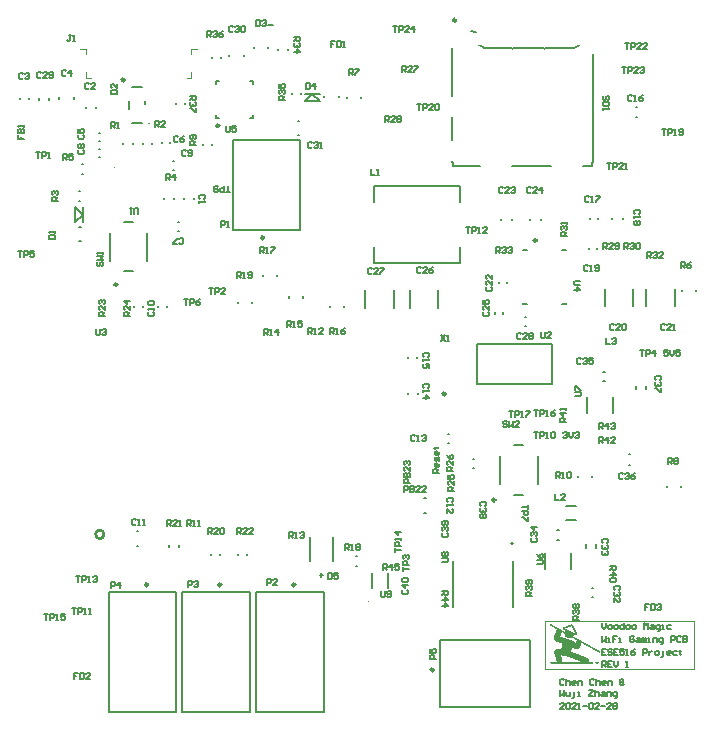
<source format=gto>
G04*
G04 #@! TF.GenerationSoftware,Altium Limited,Altium Designer,21.1.1 (26)*
G04*
G04 Layer_Color=65535*
%FSLAX25Y25*%
%MOIN*%
G70*
G04*
G04 #@! TF.SameCoordinates,AD5FC0C8-6BA0-4716-B2C6-8E65356085E1*
G04*
G04*
G04 #@! TF.FilePolarity,Positive*
G04*
G01*
G75*
%ADD10C,0.00984*%
%ADD11C,0.00394*%
%ADD12C,0.00787*%
%ADD13C,0.01000*%
%ADD14C,0.00300*%
%ADD15C,0.00600*%
%ADD16C,0.00500*%
G36*
X181507Y32533D02*
X181572D01*
Y32500D01*
X181637D01*
Y32467D01*
X181703D01*
Y32435D01*
X181768D01*
Y32402D01*
X181801D01*
Y32369D01*
X181866D01*
Y32337D01*
X181932D01*
Y32304D01*
X181997D01*
Y32271D01*
X182062D01*
Y32238D01*
X182095D01*
Y32206D01*
X182160D01*
Y32173D01*
X182226D01*
Y32140D01*
X182291D01*
Y32108D01*
X182357D01*
Y32075D01*
X182389D01*
Y32042D01*
X182455D01*
Y32010D01*
X182520D01*
Y31977D01*
X182586D01*
Y31944D01*
X182651D01*
Y31911D01*
X182684D01*
Y31879D01*
X182749D01*
Y31846D01*
X182815D01*
Y31813D01*
X182880D01*
Y31781D01*
X182945D01*
Y31748D01*
X183011D01*
Y31715D01*
X183043D01*
Y31683D01*
X183109D01*
Y31650D01*
X183174D01*
Y31617D01*
X183240D01*
Y31584D01*
X183305D01*
Y31552D01*
X183338D01*
Y31519D01*
X183403D01*
Y31486D01*
X183468D01*
Y31454D01*
X183534D01*
Y31421D01*
X183599D01*
Y31388D01*
X183632D01*
Y31356D01*
X183697D01*
Y31323D01*
X183763D01*
Y31290D01*
X183828D01*
Y31257D01*
X183894D01*
Y31225D01*
X183959D01*
Y31192D01*
X183992D01*
Y31159D01*
X184057D01*
Y31127D01*
X184123D01*
Y31094D01*
X184188D01*
Y31061D01*
X184253D01*
Y31029D01*
X184286D01*
Y30996D01*
X184351D01*
Y30963D01*
X184417D01*
Y30930D01*
X184482D01*
Y30898D01*
X184548D01*
Y30865D01*
X184580D01*
Y30832D01*
X184646D01*
Y30800D01*
X184711D01*
Y30767D01*
X184776D01*
Y30734D01*
X184842D01*
Y30702D01*
X184907D01*
Y30669D01*
X184940D01*
Y30636D01*
X185005D01*
Y30603D01*
X185071D01*
Y30571D01*
X185136D01*
Y30538D01*
X185202D01*
Y30505D01*
X185234D01*
Y30473D01*
X185300D01*
Y30440D01*
X185365D01*
Y30407D01*
X185430D01*
Y30375D01*
X185496D01*
Y30342D01*
X185529D01*
Y30309D01*
X185594D01*
Y30276D01*
X185659D01*
Y30244D01*
X185725D01*
Y30211D01*
X185790D01*
Y30178D01*
X185855D01*
Y30146D01*
X185888D01*
Y30113D01*
X185954D01*
Y30080D01*
X186019D01*
Y30113D01*
X186052D01*
Y30146D01*
Y30178D01*
X186084D01*
Y30211D01*
Y30244D01*
Y30276D01*
X186117D01*
Y30309D01*
X186150D01*
Y30342D01*
Y30375D01*
X186182D01*
Y30407D01*
Y30440D01*
X186215D01*
Y30473D01*
X186182D01*
Y30505D01*
X186117D01*
Y30538D01*
X186019D01*
Y30571D01*
X185954D01*
Y30603D01*
X185888D01*
Y30636D01*
X185823D01*
Y30669D01*
X185757D01*
Y30702D01*
X185692D01*
Y30734D01*
X185627D01*
Y30767D01*
X185561D01*
Y30800D01*
X185496D01*
Y30832D01*
X185463D01*
Y30865D01*
X185430D01*
Y30898D01*
X185398D01*
Y30930D01*
X185365D01*
Y30963D01*
X185332D01*
Y30996D01*
Y31029D01*
Y31061D01*
X185300D01*
Y31094D01*
Y31127D01*
Y31159D01*
Y31192D01*
Y31225D01*
Y31257D01*
X185332D01*
Y31290D01*
Y31323D01*
Y31356D01*
X185365D01*
Y31388D01*
Y31421D01*
X185398D01*
Y31454D01*
X185430D01*
Y31486D01*
X185463D01*
Y31519D01*
X185529D01*
Y31552D01*
X185594D01*
Y31584D01*
X185692D01*
Y31617D01*
X185790D01*
Y31650D01*
X185888D01*
Y31683D01*
X185954D01*
Y31715D01*
X186052D01*
Y31748D01*
X186150D01*
Y31781D01*
X186248D01*
Y31813D01*
X186313D01*
Y31846D01*
X186411D01*
Y31879D01*
X186510D01*
Y31911D01*
X186608D01*
Y31944D01*
X186673D01*
Y31977D01*
X186771D01*
Y32010D01*
X186869D01*
Y32042D01*
X186967D01*
Y32075D01*
X187033D01*
Y32108D01*
X187131D01*
Y32140D01*
X187229D01*
Y32173D01*
X187327D01*
Y32206D01*
X187392D01*
Y32238D01*
X187490D01*
Y32271D01*
X187589D01*
Y32304D01*
X187687D01*
Y32337D01*
X187752D01*
Y32369D01*
X187850D01*
Y32402D01*
X187948D01*
Y32435D01*
X188046D01*
Y32467D01*
X188112D01*
Y32500D01*
X188210D01*
Y32533D01*
X188504D01*
Y32500D01*
X188570D01*
Y32467D01*
X188602D01*
Y32435D01*
X188668D01*
Y32402D01*
Y32369D01*
X188700D01*
Y32337D01*
X188733D01*
Y32304D01*
Y32271D01*
X188766D01*
Y32238D01*
Y32206D01*
X188798D01*
Y32173D01*
Y32140D01*
X188831D01*
Y32108D01*
Y32075D01*
X188864D01*
Y32042D01*
Y32010D01*
X188897D01*
Y31977D01*
Y31944D01*
X188929D01*
Y31911D01*
Y31879D01*
X188962D01*
Y31846D01*
Y31813D01*
X188995D01*
Y31781D01*
Y31748D01*
X189027D01*
Y31715D01*
Y31683D01*
X189060D01*
Y31650D01*
Y31617D01*
X189093D01*
Y31584D01*
Y31552D01*
X189126D01*
Y31519D01*
Y31486D01*
X189158D01*
Y31454D01*
Y31421D01*
X189191D01*
Y31388D01*
Y31356D01*
X189224D01*
Y31323D01*
Y31290D01*
X189256D01*
Y31257D01*
Y31225D01*
X189289D01*
Y31192D01*
Y31159D01*
X189322D01*
Y31127D01*
Y31094D01*
X189354D01*
Y31061D01*
Y31029D01*
X189387D01*
Y30996D01*
Y30963D01*
X189420D01*
Y30930D01*
Y30898D01*
X189452D01*
Y30865D01*
Y30832D01*
X189485D01*
Y30800D01*
Y30767D01*
X189518D01*
Y30734D01*
Y30702D01*
X189550D01*
Y30669D01*
Y30636D01*
X189583D01*
Y30603D01*
Y30571D01*
X189616D01*
Y30538D01*
Y30505D01*
X189649D01*
Y30473D01*
Y30440D01*
X189681D01*
Y30407D01*
Y30375D01*
X189714D01*
Y30342D01*
Y30309D01*
X189747D01*
Y30276D01*
Y30244D01*
X189779D01*
Y30211D01*
Y30178D01*
X189812D01*
Y30146D01*
Y30113D01*
X189845D01*
Y30080D01*
Y30048D01*
X189877D01*
Y30015D01*
Y29982D01*
X189910D01*
Y29950D01*
Y29917D01*
X189943D01*
Y29884D01*
Y29851D01*
X189976D01*
Y29819D01*
Y29786D01*
X190008D01*
Y29753D01*
Y29721D01*
X190041D01*
Y29688D01*
Y29655D01*
X190074D01*
Y29623D01*
Y29590D01*
X190106D01*
Y29557D01*
Y29524D01*
X190139D01*
Y29492D01*
Y29459D01*
X190172D01*
Y29426D01*
Y29394D01*
X190205D01*
Y29361D01*
Y29328D01*
Y29296D01*
Y29263D01*
Y29230D01*
Y29197D01*
Y29165D01*
Y29132D01*
Y29099D01*
X190172D01*
Y29067D01*
Y29034D01*
X190139D01*
Y29001D01*
X190106D01*
Y28969D01*
Y28936D01*
X190041D01*
Y28903D01*
X190008D01*
Y28870D01*
X189943D01*
Y28838D01*
X189649D01*
Y28870D01*
X189583D01*
Y28903D01*
X189518D01*
Y28936D01*
X189452D01*
Y28969D01*
X189354D01*
Y29001D01*
X189289D01*
Y29034D01*
X189224D01*
Y29067D01*
X189191D01*
Y29034D01*
Y29001D01*
Y28969D01*
X189158D01*
Y28936D01*
Y28903D01*
Y28870D01*
X189126D01*
Y28838D01*
Y28805D01*
X189093D01*
Y28772D01*
Y28740D01*
X189060D01*
Y28707D01*
Y28674D01*
X189027D01*
Y28642D01*
Y28609D01*
X188995D01*
Y28576D01*
X188962D01*
Y28543D01*
X188929D01*
Y28511D01*
Y28478D01*
Y28445D01*
X188995D01*
Y28413D01*
X189027D01*
Y28380D01*
X189093D01*
Y28347D01*
X189158D01*
Y28315D01*
X189224D01*
Y28282D01*
X189289D01*
Y28249D01*
X189354D01*
Y28216D01*
X189387D01*
Y28184D01*
X189452D01*
Y28151D01*
X189518D01*
Y28118D01*
X189583D01*
Y28086D01*
X189649D01*
Y28053D01*
X189681D01*
Y28020D01*
X189747D01*
Y27988D01*
X189812D01*
Y27955D01*
X189877D01*
Y27922D01*
X189943D01*
Y27889D01*
X189976D01*
Y27857D01*
X190041D01*
Y27824D01*
X190106D01*
Y27791D01*
X190172D01*
Y27759D01*
X190237D01*
Y27726D01*
X190303D01*
Y27693D01*
X190335D01*
Y27661D01*
X190401D01*
Y27628D01*
X190466D01*
Y27595D01*
X190532D01*
Y27562D01*
X190597D01*
Y27530D01*
X190630D01*
Y27497D01*
X190695D01*
Y27464D01*
X190760D01*
Y27432D01*
X190826D01*
Y27399D01*
X190891D01*
Y27366D01*
X190924D01*
Y27334D01*
X190989D01*
Y27301D01*
X191055D01*
Y27268D01*
X191120D01*
Y27235D01*
X191185D01*
Y27203D01*
X191251D01*
Y27170D01*
X191284D01*
Y27137D01*
X191349D01*
Y27105D01*
X191414D01*
Y27072D01*
X191480D01*
Y27039D01*
X191545D01*
Y27007D01*
X191578D01*
Y26974D01*
X191643D01*
Y26941D01*
X191709D01*
Y26908D01*
X191774D01*
Y26876D01*
X191840D01*
Y26843D01*
X191872D01*
Y26810D01*
X191938D01*
Y26778D01*
X192003D01*
Y26745D01*
X192068D01*
Y26712D01*
X192134D01*
Y26680D01*
X192199D01*
Y26647D01*
X192232D01*
Y26614D01*
X192297D01*
Y26581D01*
X192363D01*
Y26549D01*
X192428D01*
Y26516D01*
X192493D01*
Y26483D01*
X192526D01*
Y26451D01*
X192592D01*
Y26418D01*
X192657D01*
Y26385D01*
X192722D01*
Y26353D01*
X192788D01*
Y26320D01*
X192821D01*
Y26287D01*
X192886D01*
Y26254D01*
X192951D01*
Y26222D01*
X193017D01*
Y26189D01*
X193082D01*
Y26156D01*
X193148D01*
Y26124D01*
X193180D01*
Y26091D01*
X193246D01*
Y26058D01*
X193311D01*
Y26026D01*
X193376D01*
Y25993D01*
X193442D01*
Y25960D01*
X193474D01*
Y25927D01*
X193540D01*
Y25895D01*
X193605D01*
Y25862D01*
X193671D01*
Y25829D01*
X193736D01*
Y25797D01*
X193769D01*
Y25764D01*
X193834D01*
Y25731D01*
X193900D01*
Y25699D01*
X193965D01*
Y25666D01*
X194030D01*
Y25633D01*
X194096D01*
Y25600D01*
X194128D01*
Y25568D01*
X194194D01*
Y25535D01*
X194259D01*
Y25502D01*
X194325D01*
Y25470D01*
X194390D01*
Y25437D01*
X194423D01*
Y25404D01*
X194488D01*
Y25372D01*
X194553D01*
Y25339D01*
X194619D01*
Y25306D01*
X194684D01*
Y25273D01*
X194717D01*
Y25241D01*
X194782D01*
Y25208D01*
X194848D01*
Y25175D01*
X194913D01*
Y25143D01*
X194979D01*
Y25110D01*
X195044D01*
Y25077D01*
X195077D01*
Y25045D01*
X195142D01*
Y25012D01*
X195208D01*
Y24979D01*
X195273D01*
Y24947D01*
X195338D01*
Y24914D01*
X195371D01*
Y24881D01*
X195436D01*
Y24848D01*
X195502D01*
Y24816D01*
X195567D01*
Y24783D01*
X195633D01*
Y24750D01*
X195665D01*
Y24718D01*
X195731D01*
Y24685D01*
X195796D01*
Y24652D01*
X195861D01*
Y24620D01*
X195927D01*
Y24587D01*
X195992D01*
Y24554D01*
X196025D01*
Y24521D01*
X196090D01*
Y24489D01*
X196156D01*
Y24456D01*
X196221D01*
Y24423D01*
X196287D01*
Y24391D01*
X196319D01*
Y24358D01*
X196385D01*
Y24325D01*
X196450D01*
Y24293D01*
X196516D01*
Y24260D01*
X196581D01*
Y24227D01*
X196614D01*
Y24194D01*
X196679D01*
Y24162D01*
X196744D01*
Y24129D01*
X196810D01*
Y24096D01*
X196875D01*
Y24064D01*
X196941D01*
Y24031D01*
X196973D01*
Y23998D01*
X197039D01*
Y23966D01*
X197104D01*
Y23933D01*
X197169D01*
Y23900D01*
X197235D01*
Y23867D01*
X197268D01*
Y23835D01*
X197333D01*
Y23802D01*
X197398D01*
Y23769D01*
X197464D01*
Y23737D01*
X197529D01*
Y23704D01*
X197562D01*
Y23671D01*
X197627D01*
Y23639D01*
X197693D01*
Y23606D01*
X197758D01*
Y23573D01*
X197791D01*
Y23540D01*
Y23508D01*
X197824D01*
Y23475D01*
Y23442D01*
X197856D01*
Y23410D01*
Y23377D01*
Y23344D01*
Y23312D01*
Y23279D01*
X197824D01*
Y23246D01*
Y23213D01*
X197791D01*
Y23181D01*
X197758D01*
Y23148D01*
X197725D01*
Y23115D01*
X197627D01*
Y23083D01*
X197529D01*
Y23115D01*
X197431D01*
Y23148D01*
X197366D01*
Y23181D01*
X197300D01*
Y23213D01*
X197268D01*
Y23246D01*
X197202D01*
Y23279D01*
X197137D01*
Y23312D01*
X197071D01*
Y23344D01*
X197006D01*
Y23377D01*
X196941D01*
Y23410D01*
X196908D01*
Y23442D01*
X196843D01*
Y23475D01*
X196777D01*
Y23508D01*
X196712D01*
Y23540D01*
X196646D01*
Y23573D01*
X196614D01*
Y23606D01*
X196548D01*
Y23639D01*
X196483D01*
Y23671D01*
X196417D01*
Y23704D01*
X196352D01*
Y23737D01*
X196319D01*
Y23769D01*
X196254D01*
Y23802D01*
X196188D01*
Y23835D01*
X196123D01*
Y23867D01*
X196058D01*
Y23900D01*
X195992D01*
Y23933D01*
X195960D01*
Y23966D01*
X195894D01*
Y23998D01*
X195829D01*
Y24031D01*
X195763D01*
Y24064D01*
X195698D01*
Y24096D01*
X195665D01*
Y24129D01*
X195600D01*
Y24162D01*
X195535D01*
Y24194D01*
X195469D01*
Y24227D01*
X195404D01*
Y24260D01*
X195371D01*
Y24293D01*
X195306D01*
Y24325D01*
X195240D01*
Y24358D01*
X195175D01*
Y24391D01*
X195109D01*
Y24423D01*
X195044D01*
Y24456D01*
X195011D01*
Y24489D01*
X194946D01*
Y24521D01*
X194880D01*
Y24554D01*
X194815D01*
Y24587D01*
X194750D01*
Y24620D01*
X194717D01*
Y24652D01*
X194652D01*
Y24685D01*
X194586D01*
Y24718D01*
X194521D01*
Y24750D01*
X194455D01*
Y24783D01*
X194423D01*
Y24816D01*
X194357D01*
Y24848D01*
X194292D01*
Y24881D01*
X194227D01*
Y24914D01*
X194161D01*
Y24947D01*
X194096D01*
Y24979D01*
X194063D01*
Y25012D01*
X193998D01*
Y25045D01*
X193932D01*
Y25077D01*
X193867D01*
Y25110D01*
X193801D01*
Y25143D01*
X193769D01*
Y25175D01*
X193703D01*
Y25208D01*
X193638D01*
Y25241D01*
X193573D01*
Y25273D01*
X193507D01*
Y25306D01*
X193442D01*
Y25339D01*
X193409D01*
Y25372D01*
X193344D01*
Y25404D01*
X193278D01*
Y25437D01*
X193213D01*
Y25470D01*
X193148D01*
Y25502D01*
X193115D01*
Y25535D01*
X193049D01*
Y25568D01*
X192984D01*
Y25600D01*
X192919D01*
Y25633D01*
X192853D01*
Y25666D01*
X192821D01*
Y25699D01*
X192755D01*
Y25731D01*
X192690D01*
Y25764D01*
X192624D01*
Y25797D01*
X192559D01*
Y25829D01*
X192493D01*
Y25862D01*
X192461D01*
Y25895D01*
X192395D01*
Y25927D01*
X192330D01*
Y25960D01*
X192265D01*
Y25993D01*
X192199D01*
Y26026D01*
X192166D01*
Y26058D01*
X192101D01*
Y26091D01*
X192036D01*
Y26124D01*
X191970D01*
Y26156D01*
X191905D01*
Y26189D01*
X191872D01*
Y26222D01*
X191807D01*
Y26254D01*
X191741D01*
Y26287D01*
X191676D01*
Y26320D01*
X191611D01*
Y26353D01*
X191578D01*
Y26320D01*
Y26287D01*
Y26254D01*
Y26222D01*
Y26189D01*
X191545D01*
Y26156D01*
Y26124D01*
Y26091D01*
Y26058D01*
X191513D01*
Y26026D01*
Y25993D01*
Y25960D01*
X191480D01*
Y25927D01*
Y25895D01*
Y25862D01*
X191447D01*
Y25829D01*
Y25797D01*
Y25764D01*
X191414D01*
Y25731D01*
Y25699D01*
X191382D01*
Y25666D01*
Y25633D01*
Y25600D01*
X191349D01*
Y25568D01*
Y25535D01*
Y25502D01*
X191316D01*
Y25470D01*
Y25437D01*
Y25404D01*
X191284D01*
Y25372D01*
Y25339D01*
Y25306D01*
X191251D01*
Y25273D01*
Y25241D01*
Y25208D01*
X191218D01*
Y25175D01*
Y25143D01*
X191185D01*
Y25110D01*
Y25077D01*
Y25045D01*
X191153D01*
Y25012D01*
Y24979D01*
X191120D01*
Y24947D01*
Y24914D01*
Y24881D01*
X191087D01*
Y24848D01*
X191055D01*
Y24816D01*
Y24783D01*
X191022D01*
Y24750D01*
Y24718D01*
X190989D01*
Y24685D01*
X190957D01*
Y24652D01*
X190924D01*
Y24620D01*
X190891D01*
Y24587D01*
Y24554D01*
X190858D01*
Y24521D01*
X190826D01*
Y24489D01*
X190760D01*
Y24456D01*
X190728D01*
Y24423D01*
X190695D01*
Y24391D01*
X190630D01*
Y24358D01*
X190597D01*
Y24325D01*
X190532D01*
Y24293D01*
X190466D01*
Y24260D01*
X190401D01*
Y24227D01*
X190303D01*
Y24194D01*
X190172D01*
Y24162D01*
X189910D01*
Y24129D01*
X189812D01*
Y24162D01*
X189583D01*
Y24194D01*
X189452D01*
Y24227D01*
X189387D01*
Y24260D01*
X189289D01*
Y24293D01*
X189224D01*
Y24325D01*
X189191D01*
Y24358D01*
X189126D01*
Y24391D01*
X189093D01*
Y24423D01*
X189027D01*
Y24456D01*
X188995D01*
Y24489D01*
X188929D01*
Y24521D01*
X188897D01*
Y24554D01*
X188864D01*
Y24587D01*
X188798D01*
Y24620D01*
X188766D01*
Y24652D01*
X188700D01*
Y24685D01*
X188668D01*
Y24718D01*
X188635D01*
Y24750D01*
X188570D01*
Y24783D01*
X188537D01*
Y24750D01*
Y24718D01*
Y24685D01*
X188504D01*
Y24652D01*
Y24620D01*
Y24587D01*
X188471D01*
Y24554D01*
Y24521D01*
Y24489D01*
X188439D01*
Y24456D01*
Y24423D01*
Y24391D01*
Y24358D01*
X188406D01*
Y24325D01*
Y24293D01*
Y24260D01*
X188373D01*
Y24227D01*
Y24194D01*
Y24162D01*
X188341D01*
Y24129D01*
Y24096D01*
Y24064D01*
Y24031D01*
X188308D01*
Y23998D01*
Y23966D01*
Y23933D01*
X188275D01*
Y23900D01*
Y23867D01*
Y23835D01*
X188243D01*
Y23802D01*
Y23769D01*
Y23737D01*
Y23704D01*
X188210D01*
Y23671D01*
Y23639D01*
Y23606D01*
X188177D01*
Y23573D01*
Y23540D01*
Y23508D01*
X188145D01*
Y23475D01*
Y23442D01*
X188243D01*
Y23410D01*
X188308D01*
Y23377D01*
X188406D01*
Y23344D01*
X188471D01*
Y23312D01*
X188570D01*
Y23279D01*
X188635D01*
Y23246D01*
X188733D01*
Y23213D01*
X188798D01*
Y23181D01*
X188897D01*
Y23148D01*
X188995D01*
Y23115D01*
X189060D01*
Y23083D01*
X189158D01*
Y23050D01*
X189224D01*
Y23017D01*
X189322D01*
Y22985D01*
X189387D01*
Y22952D01*
X189485D01*
Y22919D01*
X189550D01*
Y22886D01*
X189649D01*
Y22854D01*
X189747D01*
Y22821D01*
X189812D01*
Y22788D01*
X189910D01*
Y22756D01*
X189976D01*
Y22723D01*
X190074D01*
Y22690D01*
X190139D01*
Y22658D01*
X190237D01*
Y22625D01*
X190303D01*
Y22592D01*
X190401D01*
Y22559D01*
X190499D01*
Y22527D01*
X190564D01*
Y22494D01*
X190662D01*
Y22461D01*
X190728D01*
Y22429D01*
X190826D01*
Y22396D01*
X190924D01*
Y22363D01*
X190989D01*
Y22331D01*
X191087D01*
Y22298D01*
X191185D01*
Y22265D01*
X191251D01*
Y22232D01*
X191349D01*
Y22200D01*
X191414D01*
Y22167D01*
X191513D01*
Y22134D01*
X191611D01*
Y22102D01*
X191676D01*
Y22069D01*
X191774D01*
Y22036D01*
X191840D01*
Y22004D01*
X191938D01*
Y21971D01*
X192036D01*
Y21938D01*
X192101D01*
Y21905D01*
X192199D01*
Y21873D01*
X192265D01*
Y21840D01*
X192363D01*
Y21807D01*
X192461D01*
Y21775D01*
X192526D01*
Y21742D01*
X192624D01*
Y21709D01*
X192722D01*
Y21677D01*
X192788D01*
Y21644D01*
X192886D01*
Y21611D01*
X192951D01*
Y21578D01*
X193049D01*
Y21546D01*
X193148D01*
Y21513D01*
X193213D01*
Y21480D01*
X193311D01*
Y21448D01*
X193376D01*
Y21415D01*
X193474D01*
Y21382D01*
X193573D01*
Y21350D01*
X193638D01*
Y21317D01*
X193703D01*
Y21284D01*
X193769D01*
Y21251D01*
X193801D01*
Y21219D01*
X193867D01*
Y21186D01*
X193900D01*
Y21153D01*
X193932D01*
Y21121D01*
X193965D01*
Y21088D01*
X193998D01*
Y21055D01*
X194030D01*
Y21023D01*
X194063D01*
Y20990D01*
Y20957D01*
X194096D01*
Y20924D01*
Y20892D01*
X194128D01*
Y20859D01*
Y20826D01*
X194161D01*
Y20794D01*
Y20761D01*
X194194D01*
Y20728D01*
Y20696D01*
Y20663D01*
Y20630D01*
X194227D01*
Y20597D01*
Y20565D01*
Y20532D01*
Y20499D01*
Y20467D01*
Y20434D01*
Y20401D01*
Y20369D01*
Y20336D01*
Y20303D01*
Y20270D01*
Y20238D01*
X194194D01*
Y20205D01*
Y20172D01*
Y20140D01*
Y20107D01*
X194161D01*
Y20074D01*
Y20042D01*
Y20009D01*
X195469D01*
Y19976D01*
X195502D01*
Y19943D01*
X195535D01*
Y19911D01*
X195567D01*
Y19878D01*
X195600D01*
Y19845D01*
Y19813D01*
X195633D01*
Y19780D01*
Y19747D01*
Y19715D01*
Y19682D01*
Y19649D01*
X195600D01*
Y19616D01*
Y19584D01*
X195567D01*
Y19551D01*
X195535D01*
Y19518D01*
X195502D01*
Y19486D01*
X195404D01*
Y19453D01*
X181343D01*
Y19486D01*
X181245D01*
Y19518D01*
X181212D01*
Y19551D01*
X181179D01*
Y19584D01*
X181147D01*
Y19616D01*
Y19649D01*
X181114D01*
Y19682D01*
Y19715D01*
Y19747D01*
Y19780D01*
Y19813D01*
X181147D01*
Y19845D01*
Y19878D01*
X181179D01*
Y19911D01*
Y19943D01*
X181245D01*
Y19976D01*
X181278D01*
Y20009D01*
X183403D01*
Y20042D01*
Y20074D01*
X183370D01*
Y20107D01*
Y20140D01*
Y20172D01*
X183338D01*
Y20205D01*
Y20238D01*
Y20270D01*
X183305D01*
Y20303D01*
Y20336D01*
Y20369D01*
Y20401D01*
X183272D01*
Y20434D01*
Y20467D01*
Y20499D01*
X183240D01*
Y20532D01*
Y20565D01*
Y20597D01*
X183207D01*
Y20630D01*
Y20663D01*
Y20696D01*
Y20728D01*
X183174D01*
Y20761D01*
Y20794D01*
Y20826D01*
X183142D01*
Y20859D01*
Y20892D01*
Y20924D01*
X183109D01*
Y20957D01*
Y20990D01*
Y21023D01*
Y21055D01*
X183076D01*
Y21088D01*
Y21121D01*
Y21153D01*
X183043D01*
Y21186D01*
Y21219D01*
Y21251D01*
X183011D01*
Y21284D01*
Y21317D01*
Y21350D01*
Y21382D01*
X182978D01*
Y21415D01*
Y21448D01*
Y21480D01*
X182945D01*
Y21513D01*
Y21546D01*
Y21578D01*
Y21611D01*
X182913D01*
Y21644D01*
Y21677D01*
Y21709D01*
X182880D01*
Y21742D01*
Y21775D01*
Y21807D01*
X182847D01*
Y21840D01*
Y21873D01*
Y21905D01*
Y21938D01*
X182815D01*
Y21971D01*
Y22004D01*
Y22036D01*
X182782D01*
Y22069D01*
Y22102D01*
Y22134D01*
X182749D01*
Y22167D01*
Y22200D01*
Y22232D01*
Y22265D01*
X182716D01*
Y22298D01*
Y22331D01*
Y22363D01*
X182684D01*
Y22396D01*
Y22429D01*
Y22461D01*
X182651D01*
Y22494D01*
Y22527D01*
Y22559D01*
Y22592D01*
X182618D01*
Y22625D01*
Y22658D01*
Y22690D01*
X182586D01*
Y22723D01*
Y22756D01*
Y22788D01*
Y22821D01*
X182553D01*
Y22854D01*
Y22886D01*
Y22919D01*
Y22952D01*
Y22985D01*
Y23017D01*
X182520D01*
Y23050D01*
Y23083D01*
Y23115D01*
Y23148D01*
Y23181D01*
Y23213D01*
X182553D01*
Y23246D01*
Y23279D01*
Y23312D01*
Y23344D01*
Y23377D01*
Y23410D01*
X182586D01*
Y23442D01*
Y23475D01*
Y23508D01*
Y23540D01*
X182618D01*
Y23573D01*
Y23606D01*
X182651D01*
Y23639D01*
Y23671D01*
X182684D01*
Y23704D01*
Y23737D01*
X182716D01*
Y23769D01*
Y23802D01*
X182749D01*
Y23835D01*
X182782D01*
Y23867D01*
X182815D01*
Y23900D01*
Y23933D01*
X182847D01*
Y23966D01*
X182880D01*
Y23998D01*
X182913D01*
Y24031D01*
X182945D01*
Y24064D01*
X183011D01*
Y24096D01*
X183043D01*
Y24129D01*
X183076D01*
Y24162D01*
X183142D01*
Y24194D01*
X183207D01*
Y24227D01*
X183272D01*
Y24260D01*
X183338D01*
Y24293D01*
X183436D01*
Y24325D01*
X183599D01*
Y24358D01*
X183926D01*
Y24325D01*
X184155D01*
Y24293D01*
X184384D01*
Y24260D01*
X184580D01*
Y24227D01*
X184809D01*
Y24194D01*
X184842D01*
Y24227D01*
X184874D01*
Y24260D01*
Y24293D01*
Y24325D01*
Y24358D01*
X184907D01*
Y24391D01*
Y24423D01*
Y24456D01*
Y24489D01*
X184940D01*
Y24521D01*
Y24554D01*
Y24587D01*
Y24620D01*
Y24652D01*
X184973D01*
Y24685D01*
Y24718D01*
Y24750D01*
Y24783D01*
X185005D01*
Y24816D01*
Y24848D01*
Y24881D01*
Y24914D01*
Y24947D01*
X185038D01*
Y24979D01*
Y25012D01*
Y25045D01*
Y25077D01*
X185071D01*
Y25110D01*
Y25143D01*
Y25175D01*
Y25208D01*
Y25241D01*
X185103D01*
Y25273D01*
Y25306D01*
Y25339D01*
Y25372D01*
X185136D01*
Y25404D01*
Y25437D01*
Y25470D01*
Y25502D01*
Y25535D01*
X185169D01*
Y25568D01*
Y25600D01*
Y25633D01*
Y25666D01*
X185202D01*
Y25699D01*
Y25731D01*
Y25764D01*
Y25797D01*
Y25829D01*
X185234D01*
Y25862D01*
Y25895D01*
Y25927D01*
Y25960D01*
X185267D01*
Y25993D01*
Y26026D01*
Y26058D01*
Y26091D01*
Y26124D01*
X185169D01*
Y26156D01*
X185071D01*
Y26189D01*
X184973D01*
Y26222D01*
X184842D01*
Y26254D01*
X184744D01*
Y26287D01*
X184646D01*
Y26320D01*
X184548D01*
Y26353D01*
X184417D01*
Y26385D01*
X184319D01*
Y26418D01*
X184221D01*
Y26451D01*
X184090D01*
Y26483D01*
X183992D01*
Y26516D01*
X183894D01*
Y26549D01*
X183795D01*
Y26581D01*
X183665D01*
Y26614D01*
X183567D01*
Y26647D01*
X183468D01*
Y26680D01*
X183370D01*
Y26712D01*
X183305D01*
Y26745D01*
X183240D01*
Y26778D01*
X183174D01*
Y26810D01*
X183109D01*
Y26843D01*
X183043D01*
Y26876D01*
X183011D01*
Y26908D01*
X182978D01*
Y26941D01*
X182913D01*
Y26974D01*
X182880D01*
Y27007D01*
X182847D01*
Y27039D01*
X182815D01*
Y27072D01*
X182782D01*
Y27105D01*
X182749D01*
Y27137D01*
Y27170D01*
X182716D01*
Y27203D01*
X182684D01*
Y27235D01*
X182651D01*
Y27268D01*
Y27301D01*
X182618D01*
Y27334D01*
X182586D01*
Y27366D01*
Y27399D01*
X182553D01*
Y27432D01*
Y27464D01*
X182520D01*
Y27497D01*
Y27530D01*
X182487D01*
Y27562D01*
Y27595D01*
Y27628D01*
X182455D01*
Y27661D01*
Y27693D01*
Y27726D01*
X182422D01*
Y27759D01*
Y27791D01*
Y27824D01*
Y27857D01*
Y27889D01*
X182389D01*
Y27922D01*
Y27955D01*
Y27988D01*
Y28020D01*
Y28053D01*
Y28086D01*
Y28118D01*
Y28151D01*
Y28184D01*
Y28216D01*
Y28249D01*
Y28282D01*
Y28315D01*
X182422D01*
Y28347D01*
Y28380D01*
Y28413D01*
Y28445D01*
Y28478D01*
X182455D01*
Y28511D01*
Y28543D01*
Y28576D01*
Y28609D01*
X182487D01*
Y28642D01*
Y28674D01*
Y28707D01*
X182520D01*
Y28740D01*
Y28772D01*
X182553D01*
Y28805D01*
Y28838D01*
X182586D01*
Y28870D01*
Y28903D01*
Y28936D01*
X182618D01*
Y28969D01*
Y29001D01*
X182651D01*
Y29034D01*
Y29067D01*
Y29099D01*
X182684D01*
Y29132D01*
Y29165D01*
X182716D01*
Y29197D01*
Y29230D01*
Y29263D01*
X182749D01*
Y29296D01*
Y29328D01*
X182782D01*
Y29361D01*
Y29394D01*
Y29426D01*
X182815D01*
Y29459D01*
Y29492D01*
X182847D01*
Y29524D01*
Y29557D01*
Y29590D01*
X182880D01*
Y29623D01*
Y29655D01*
X182913D01*
Y29688D01*
Y29721D01*
Y29753D01*
X182945D01*
Y29786D01*
Y29819D01*
X182978D01*
Y29851D01*
Y29884D01*
X183011D01*
Y29917D01*
Y29950D01*
Y29982D01*
X183043D01*
Y30015D01*
Y30048D01*
X183076D01*
Y30080D01*
Y30113D01*
Y30146D01*
X183109D01*
Y30178D01*
Y30211D01*
X183142D01*
Y30244D01*
Y30276D01*
Y30309D01*
X183174D01*
Y30342D01*
Y30375D01*
X183207D01*
Y30407D01*
Y30440D01*
X183240D01*
Y30473D01*
X183272D01*
Y30505D01*
X183305D01*
Y30538D01*
Y30571D01*
X183338D01*
Y30603D01*
X183370D01*
Y30636D01*
X183403D01*
Y30669D01*
X183436D01*
Y30702D01*
X183501D01*
Y30734D01*
X183534D01*
Y30767D01*
X183567D01*
Y30800D01*
X183501D01*
Y30832D01*
X183436D01*
Y30865D01*
X183370D01*
Y30898D01*
X183338D01*
Y30930D01*
X183272D01*
Y30963D01*
X183207D01*
Y30996D01*
X183142D01*
Y31029D01*
X183076D01*
Y31061D01*
X183011D01*
Y31094D01*
X182978D01*
Y31127D01*
X182913D01*
Y31159D01*
X182847D01*
Y31192D01*
X182782D01*
Y31225D01*
X182716D01*
Y31257D01*
X182684D01*
Y31290D01*
X182618D01*
Y31323D01*
X182553D01*
Y31356D01*
X182487D01*
Y31388D01*
X182422D01*
Y31421D01*
X182389D01*
Y31454D01*
X182324D01*
Y31486D01*
X182259D01*
Y31519D01*
X182193D01*
Y31552D01*
X182128D01*
Y31584D01*
X182062D01*
Y31617D01*
X182030D01*
Y31650D01*
X181964D01*
Y31683D01*
X181899D01*
Y31715D01*
X181834D01*
Y31748D01*
X181768D01*
Y31781D01*
X181735D01*
Y31813D01*
X181670D01*
Y31846D01*
X181605D01*
Y31879D01*
X181539D01*
Y31911D01*
X181474D01*
Y31944D01*
X181441D01*
Y31977D01*
X181376D01*
Y32010D01*
X181310D01*
Y32042D01*
X181245D01*
Y32075D01*
X181212D01*
Y32108D01*
X181179D01*
Y32140D01*
X181147D01*
Y32173D01*
Y32206D01*
Y32238D01*
X181114D01*
Y32271D01*
Y32304D01*
Y32337D01*
X181147D01*
Y32369D01*
Y32402D01*
Y32435D01*
X181179D01*
Y32467D01*
X181212D01*
Y32500D01*
X181245D01*
Y32533D01*
X181310D01*
Y32565D01*
X181507D01*
Y32533D01*
D02*
G37*
G36*
X197137Y19976D02*
X197169D01*
Y19943D01*
X197235D01*
Y19911D01*
Y19878D01*
X197268D01*
Y19845D01*
X197300D01*
Y19813D01*
Y19780D01*
Y19747D01*
Y19715D01*
Y19682D01*
Y19649D01*
Y19616D01*
X197268D01*
Y19584D01*
X197235D01*
Y19551D01*
X197202D01*
Y19518D01*
X197169D01*
Y19486D01*
X197104D01*
Y19453D01*
X196417D01*
Y19486D01*
X196319D01*
Y19518D01*
X196287D01*
Y19551D01*
X196254D01*
Y19584D01*
X196221D01*
Y19616D01*
Y19649D01*
X196188D01*
Y19682D01*
Y19715D01*
Y19747D01*
Y19780D01*
Y19813D01*
X196221D01*
Y19845D01*
Y19878D01*
X196254D01*
Y19911D01*
Y19943D01*
X196319D01*
Y19976D01*
X196352D01*
Y20009D01*
X197137D01*
Y19976D01*
D02*
G37*
%LPC*%
G36*
X188308Y31944D02*
X188210D01*
Y31911D01*
X188145D01*
Y31879D01*
X188046D01*
Y31846D01*
X187948D01*
Y31813D01*
X187850D01*
Y31781D01*
X187785D01*
Y31748D01*
X187687D01*
Y31715D01*
X187589D01*
Y31683D01*
X187490D01*
Y31650D01*
X187425D01*
Y31617D01*
X187327D01*
Y31584D01*
X187229D01*
Y31552D01*
X187131D01*
Y31519D01*
X187065D01*
Y31486D01*
X186967D01*
Y31454D01*
X186869D01*
Y31421D01*
X186804D01*
Y31388D01*
X186706D01*
Y31356D01*
X186608D01*
Y31323D01*
X186510D01*
Y31290D01*
X186444D01*
Y31257D01*
X186346D01*
Y31225D01*
X186248D01*
Y31192D01*
X186150D01*
Y31159D01*
X186117D01*
Y31127D01*
X186150D01*
Y31094D01*
X186248D01*
Y31061D01*
X186313D01*
Y31029D01*
X186379D01*
Y30996D01*
X186444D01*
Y30963D01*
X186510D01*
Y30930D01*
X186575D01*
Y30898D01*
X186640D01*
Y30865D01*
X186738D01*
Y30832D01*
X186804D01*
Y30800D01*
X186869D01*
Y30767D01*
X186935D01*
Y30734D01*
X187000D01*
Y30702D01*
X187065D01*
Y30669D01*
X187131D01*
Y30636D01*
X187196D01*
Y30603D01*
X187262D01*
Y30571D01*
X187327D01*
Y30538D01*
X187425D01*
Y30505D01*
X187490D01*
Y30473D01*
X187556D01*
Y30440D01*
X187621D01*
Y30407D01*
X187687D01*
Y30375D01*
X187752D01*
Y30342D01*
X187818D01*
Y30309D01*
X187883D01*
Y30276D01*
X187981D01*
Y30244D01*
X188046D01*
Y30211D01*
X188112D01*
Y30178D01*
X188177D01*
Y30146D01*
X188243D01*
Y30113D01*
X188308D01*
Y30080D01*
X188373D01*
Y30048D01*
X188471D01*
Y30015D01*
X188537D01*
Y29982D01*
X188602D01*
Y29950D01*
X188668D01*
Y29917D01*
X188733D01*
Y29884D01*
X188798D01*
Y29851D01*
X188864D01*
Y29819D01*
X188929D01*
Y29786D01*
X189027D01*
Y29753D01*
X189093D01*
Y29721D01*
X189158D01*
Y29688D01*
X189224D01*
Y29655D01*
X189289D01*
Y29623D01*
X189354D01*
Y29590D01*
X189420D01*
Y29557D01*
X189485D01*
Y29590D01*
X189452D01*
Y29623D01*
Y29655D01*
X189420D01*
Y29688D01*
Y29721D01*
X189387D01*
Y29753D01*
Y29786D01*
X189354D01*
Y29819D01*
Y29851D01*
X189322D01*
Y29884D01*
Y29917D01*
X189289D01*
Y29950D01*
Y29982D01*
X189256D01*
Y30015D01*
Y30048D01*
X189224D01*
Y30080D01*
Y30113D01*
X189191D01*
Y30146D01*
Y30178D01*
X189158D01*
Y30211D01*
Y30244D01*
X189126D01*
Y30276D01*
Y30309D01*
X189093D01*
Y30342D01*
Y30375D01*
X189060D01*
Y30407D01*
Y30440D01*
X189027D01*
Y30473D01*
Y30505D01*
X188995D01*
Y30538D01*
Y30571D01*
X188962D01*
Y30603D01*
Y30636D01*
X188929D01*
Y30669D01*
Y30702D01*
X188897D01*
Y30734D01*
Y30767D01*
X188864D01*
Y30800D01*
Y30832D01*
X188831D01*
Y30865D01*
Y30898D01*
X188798D01*
Y30930D01*
Y30963D01*
X188766D01*
Y30996D01*
Y31029D01*
X188733D01*
Y31061D01*
Y31094D01*
X188700D01*
Y31127D01*
Y31159D01*
X188668D01*
Y31192D01*
Y31225D01*
X188635D01*
Y31257D01*
Y31290D01*
X188602D01*
Y31323D01*
Y31356D01*
X188570D01*
Y31388D01*
Y31421D01*
X188537D01*
Y31454D01*
Y31486D01*
X188504D01*
Y31519D01*
Y31552D01*
X188471D01*
Y31584D01*
Y31617D01*
X188439D01*
Y31650D01*
Y31683D01*
X188406D01*
Y31715D01*
Y31748D01*
X188373D01*
Y31781D01*
Y31813D01*
X188341D01*
Y31846D01*
Y31879D01*
X188308D01*
Y31911D01*
Y31944D01*
D02*
G37*
G36*
X185038Y29982D02*
X185005D01*
Y29950D01*
Y29917D01*
Y29884D01*
Y29851D01*
Y29819D01*
Y29786D01*
Y29753D01*
Y29721D01*
Y29688D01*
X184973D01*
Y29655D01*
Y29623D01*
Y29590D01*
Y29557D01*
X184940D01*
Y29524D01*
Y29492D01*
Y29459D01*
X184907D01*
Y29426D01*
Y29394D01*
X184874D01*
Y29361D01*
Y29328D01*
Y29296D01*
X184842D01*
Y29263D01*
Y29230D01*
X184809D01*
Y29197D01*
Y29165D01*
Y29132D01*
X184776D01*
Y29099D01*
Y29067D01*
X184744D01*
Y29034D01*
Y29001D01*
Y28969D01*
X184711D01*
Y28936D01*
Y28903D01*
X184678D01*
Y28870D01*
Y28838D01*
Y28805D01*
X184646D01*
Y28772D01*
Y28740D01*
X184613D01*
Y28707D01*
Y28674D01*
Y28642D01*
X184580D01*
Y28609D01*
Y28576D01*
X184548D01*
Y28543D01*
Y28511D01*
Y28478D01*
X184515D01*
Y28445D01*
Y28413D01*
Y28380D01*
X184580D01*
Y28347D01*
X184678D01*
Y28315D01*
X184809D01*
Y28282D01*
X184907D01*
Y28249D01*
X185005D01*
Y28216D01*
X185103D01*
Y28184D01*
X185234D01*
Y28151D01*
X185332D01*
Y28118D01*
X185430D01*
Y28086D01*
X185529D01*
Y28053D01*
X185659D01*
Y28020D01*
X185757D01*
Y27988D01*
X185855D01*
Y27955D01*
X185954D01*
Y27922D01*
X186084D01*
Y27889D01*
X186215D01*
Y27857D01*
X186313D01*
Y27824D01*
X186444D01*
Y27791D01*
X186542D01*
Y27759D01*
X186673D01*
Y27726D01*
X186771D01*
Y27693D01*
X186902D01*
Y27661D01*
X187033D01*
Y27628D01*
X187131D01*
Y27595D01*
X187262D01*
Y27562D01*
X187360D01*
Y27530D01*
X187490D01*
Y27497D01*
X187589D01*
Y27464D01*
X187719D01*
Y27432D01*
X187850D01*
Y27399D01*
X187948D01*
Y27366D01*
X188046D01*
Y27334D01*
X188145D01*
Y27301D01*
X188243D01*
Y27268D01*
X188308D01*
Y27235D01*
X188406D01*
Y27203D01*
X188471D01*
Y27170D01*
X188537D01*
Y27137D01*
X188602D01*
Y27105D01*
X188635D01*
Y27072D01*
X188700D01*
Y27039D01*
X188766D01*
Y27007D01*
X188831D01*
Y26974D01*
X188864D01*
Y26941D01*
X188929D01*
Y26908D01*
X188962D01*
Y26876D01*
X189027D01*
Y26843D01*
X189060D01*
Y26810D01*
X189093D01*
Y26778D01*
X189158D01*
Y26745D01*
X189191D01*
Y26712D01*
X189256D01*
Y26680D01*
X189289D01*
Y26647D01*
X189322D01*
Y26614D01*
X189387D01*
Y26581D01*
X189420D01*
Y26549D01*
X189452D01*
Y26516D01*
X189518D01*
Y26483D01*
X189550D01*
Y26451D01*
X189616D01*
Y26483D01*
Y26516D01*
Y26549D01*
X189649D01*
Y26581D01*
Y26614D01*
Y26647D01*
X189681D01*
Y26680D01*
Y26712D01*
X189714D01*
Y26745D01*
Y26778D01*
Y26810D01*
X189747D01*
Y26843D01*
Y26876D01*
X189779D01*
Y26908D01*
X189812D01*
Y26941D01*
Y26974D01*
X189845D01*
Y27007D01*
X189877D01*
Y27039D01*
X189910D01*
Y27072D01*
X189943D01*
Y27105D01*
X189976D01*
Y27137D01*
X190041D01*
Y27170D01*
X190074D01*
Y27203D01*
X190008D01*
Y27235D01*
X189976D01*
Y27268D01*
X189910D01*
Y27301D01*
X189845D01*
Y27334D01*
X189779D01*
Y27366D01*
X189714D01*
Y27399D01*
X189649D01*
Y27432D01*
X189616D01*
Y27464D01*
X189550D01*
Y27497D01*
X189485D01*
Y27530D01*
X189420D01*
Y27562D01*
X189354D01*
Y27595D01*
X189322D01*
Y27628D01*
X189256D01*
Y27661D01*
X189191D01*
Y27693D01*
X189126D01*
Y27726D01*
X189060D01*
Y27759D01*
X189027D01*
Y27791D01*
X188962D01*
Y27824D01*
X188897D01*
Y27857D01*
X188831D01*
Y27889D01*
X188766D01*
Y27922D01*
X188700D01*
Y27955D01*
X188668D01*
Y27988D01*
X188602D01*
Y28020D01*
X188537D01*
Y28053D01*
X188471D01*
Y28086D01*
X188439D01*
Y28053D01*
X188373D01*
Y28020D01*
X188308D01*
Y27988D01*
X188243D01*
Y27955D01*
X188177D01*
Y27922D01*
X188079D01*
Y27889D01*
X187948D01*
Y27857D01*
X187719D01*
Y27824D01*
X187425D01*
Y27857D01*
X187229D01*
Y27889D01*
X187098D01*
Y27922D01*
X187000D01*
Y27955D01*
X186935D01*
Y27988D01*
X186869D01*
Y28020D01*
X186804D01*
Y28053D01*
X186738D01*
Y28086D01*
X186673D01*
Y28118D01*
X186640D01*
Y28151D01*
X186575D01*
Y28184D01*
X186542D01*
Y28216D01*
X186510D01*
Y28249D01*
X186477D01*
Y28282D01*
X186444D01*
Y28315D01*
X186411D01*
Y28347D01*
X186379D01*
Y28380D01*
X186346D01*
Y28413D01*
X186313D01*
Y28445D01*
X186281D01*
Y28478D01*
X186248D01*
Y28511D01*
Y28543D01*
X186215D01*
Y28576D01*
X186182D01*
Y28609D01*
Y28642D01*
X186150D01*
Y28674D01*
X186117D01*
Y28707D01*
Y28740D01*
X186084D01*
Y28772D01*
Y28805D01*
X186052D01*
Y28838D01*
Y28870D01*
Y28903D01*
X186019D01*
Y28936D01*
Y28969D01*
X185986D01*
Y29001D01*
Y29034D01*
Y29067D01*
Y29099D01*
X185954D01*
Y29132D01*
Y29165D01*
Y29197D01*
Y29230D01*
X185921D01*
Y29263D01*
Y29296D01*
Y29328D01*
Y29361D01*
Y29394D01*
Y29426D01*
Y29459D01*
Y29492D01*
X185855D01*
Y29524D01*
X185823D01*
Y29557D01*
X185757D01*
Y29590D01*
X185692D01*
Y29623D01*
X185627D01*
Y29655D01*
X185561D01*
Y29688D01*
X185529D01*
Y29721D01*
X185463D01*
Y29753D01*
X185398D01*
Y29786D01*
X185332D01*
Y29819D01*
X185267D01*
Y29851D01*
X185234D01*
Y29884D01*
X185169D01*
Y29917D01*
X185103D01*
Y29950D01*
X185038D01*
Y29982D01*
D02*
G37*
G36*
X184973Y22200D02*
X184809D01*
Y22167D01*
Y22134D01*
Y22102D01*
X184842D01*
Y22069D01*
Y22036D01*
Y22004D01*
Y21971D01*
X184874D01*
Y21938D01*
Y21905D01*
Y21873D01*
X184907D01*
Y21840D01*
Y21807D01*
Y21775D01*
Y21742D01*
X184940D01*
Y21709D01*
Y21677D01*
Y21644D01*
X184973D01*
Y21611D01*
Y21578D01*
Y21546D01*
X185005D01*
Y21513D01*
Y21480D01*
Y21448D01*
Y21415D01*
X185038D01*
Y21382D01*
Y21350D01*
Y21317D01*
X185071D01*
Y21284D01*
Y21251D01*
Y21219D01*
Y21186D01*
X185103D01*
Y21153D01*
Y21121D01*
Y21088D01*
X185136D01*
Y21055D01*
Y21023D01*
Y20990D01*
X185169D01*
Y20957D01*
Y20924D01*
Y20892D01*
Y20859D01*
X185202D01*
Y20826D01*
Y20794D01*
Y20761D01*
X185234D01*
Y20728D01*
Y20696D01*
Y20663D01*
Y20630D01*
Y20597D01*
X185267D01*
Y20565D01*
Y20532D01*
Y20499D01*
Y20467D01*
Y20434D01*
Y20401D01*
Y20369D01*
Y20336D01*
Y20303D01*
Y20270D01*
X185234D01*
Y20238D01*
Y20205D01*
Y20172D01*
Y20140D01*
X185202D01*
Y20107D01*
Y20074D01*
Y20042D01*
X185169D01*
Y20009D01*
X191578D01*
Y20042D01*
X191513D01*
Y20074D01*
X191447D01*
Y20107D01*
X191349D01*
Y20140D01*
X191251D01*
Y20172D01*
X191185D01*
Y20205D01*
X191087D01*
Y20238D01*
X191022D01*
Y20270D01*
X190924D01*
Y20303D01*
X190826D01*
Y20336D01*
X190760D01*
Y20369D01*
X190662D01*
Y20401D01*
X190597D01*
Y20434D01*
X190499D01*
Y20467D01*
X190401D01*
Y20499D01*
X190335D01*
Y20532D01*
X190237D01*
Y20565D01*
X190172D01*
Y20597D01*
X190074D01*
Y20630D01*
X190008D01*
Y20663D01*
X189910D01*
Y20696D01*
X189812D01*
Y20728D01*
X189747D01*
Y20761D01*
X189649D01*
Y20794D01*
X189583D01*
Y20826D01*
X189485D01*
Y20859D01*
X189387D01*
Y20892D01*
X189322D01*
Y20924D01*
X189224D01*
Y20957D01*
X189158D01*
Y20990D01*
X189060D01*
Y21023D01*
X188995D01*
Y21055D01*
X188897D01*
Y21088D01*
X188798D01*
Y21121D01*
X188733D01*
Y21153D01*
X188635D01*
Y21186D01*
X188570D01*
Y21219D01*
X188471D01*
Y21251D01*
X188373D01*
Y21284D01*
X188308D01*
Y21317D01*
X188210D01*
Y21350D01*
X188145D01*
Y21382D01*
X188046D01*
Y21415D01*
X187948D01*
Y21448D01*
X187883D01*
Y21480D01*
X187785D01*
Y21513D01*
X187719D01*
Y21546D01*
X187621D01*
Y21578D01*
X187523D01*
Y21611D01*
X187458D01*
Y21644D01*
X187360D01*
Y21677D01*
X187262D01*
Y21709D01*
X187163D01*
Y21742D01*
X187065D01*
Y21775D01*
X186935D01*
Y21807D01*
X186837D01*
Y21840D01*
X186706D01*
Y21873D01*
X186575D01*
Y21905D01*
X186444D01*
Y21938D01*
X186281D01*
Y21971D01*
X186117D01*
Y22004D01*
X185921D01*
Y22036D01*
X185725D01*
Y22069D01*
X185529D01*
Y22102D01*
X185365D01*
Y22134D01*
X185169D01*
Y22167D01*
X184973D01*
Y22200D01*
D02*
G37*
%LPD*%
D10*
X162900Y74019D02*
G03*
X162900Y74019I-492J0D01*
G01*
X36872Y145821D02*
G03*
X36872Y145821I-492J0D01*
G01*
X70895Y198747D02*
G03*
X70895Y198747I-492J0D01*
G01*
X142333Y17400D02*
G03*
X142333Y17400I-500J0D01*
G01*
X176689Y160490D02*
G03*
X176689Y160490I-492J0D01*
G01*
X47100Y45748D02*
G03*
X47100Y45748I-500J0D01*
G01*
X71500D02*
G03*
X71500Y45748I-500J0D01*
G01*
X96152D02*
G03*
X96152Y45748I-500J0D01*
G01*
X85800Y161415D02*
G03*
X85800Y161415I-500J0D01*
G01*
X39317Y214051D02*
G03*
X39317Y214051I-492J0D01*
G01*
X146322Y109388D02*
G03*
X146322Y109388I-492J0D01*
G01*
X149805Y233879D02*
G03*
X149805Y233879I-492J0D01*
G01*
D11*
X193871Y100655D02*
G03*
X193871Y100655I-197J0D01*
G01*
X36005Y184876D02*
G03*
X36005Y184876I-197J0D01*
G01*
X47522Y199550D02*
G03*
X47522Y199550I-197J0D01*
G01*
X179975Y48660D02*
G03*
X179975Y48660I-197J0D01*
G01*
X120697Y40247D02*
G03*
X120697Y40247I-197J0D01*
G01*
X26458Y214734D02*
Y216734D01*
Y214734D02*
X27958D01*
X59958D02*
X61458D01*
Y216734D01*
X24458Y224234D02*
X26458D01*
Y222734D02*
Y224234D01*
X61458Y222734D02*
Y224234D01*
X63458D01*
D12*
X168308Y224781D02*
G03*
X168702Y224388I394J0D01*
G01*
X179332D02*
G03*
X179725Y224781I0J394D01*
G01*
X156497Y229751D02*
G03*
X155140Y230293I-1357J-1426D01*
G01*
X178938Y224781D02*
G03*
X179332Y224388I394J0D01*
G01*
X168702D02*
G03*
X169095Y224781I0J394D01*
G01*
X157464Y225621D02*
G03*
X159077Y224781I1612J1129D01*
G01*
X189234D02*
G03*
X190806Y225565I0J1969D01*
G01*
X168894Y59500D02*
G03*
X168894Y59500I-394J0D01*
G01*
X121874Y44698D02*
Y49707D01*
X127189Y44698D02*
Y49707D01*
X110692Y208381D02*
Y208782D01*
X105771Y208381D02*
Y208782D01*
X99373Y209475D02*
X104373D01*
X99373Y206975D02*
X101873Y209475D01*
X104373Y206975D01*
X99373D02*
X104373D01*
X113438Y207979D02*
Y208373D01*
X118162Y207979D02*
Y208373D01*
X98207Y209242D02*
Y209635D01*
X95058Y209242D02*
Y209635D01*
X164396Y79260D02*
Y88512D01*
X169219Y92154D02*
X172172D01*
X176995Y79260D02*
Y88512D01*
X169219Y75618D02*
X172172D01*
X82319Y224581D02*
Y224982D01*
X87240Y224581D02*
Y224982D01*
X193343Y102899D02*
Y108411D01*
X202005Y102899D02*
Y108411D01*
X116472Y55195D02*
X116865D01*
X116472Y52046D02*
X116865D01*
X108846Y53490D02*
Y61758D01*
X100963Y53532D02*
Y61800D01*
X104309Y49005D02*
X105490D01*
X104900Y48414D02*
Y49595D01*
X39135Y150152D02*
X42088D01*
X46911Y153794D02*
Y163046D01*
X39135Y166687D02*
X42088D01*
X34313Y153794D02*
Y163046D01*
X69813Y201306D02*
X70935D01*
X69813D02*
Y202428D01*
Y212585D02*
Y213707D01*
X70935D01*
X81092D02*
X82214D01*
Y212585D02*
Y213707D01*
X81092Y201306D02*
X82214D01*
Y202428D01*
X165478Y136103D02*
Y136497D01*
X162722Y136103D02*
Y136497D01*
X144400Y4880D02*
X174400D01*
X144400D02*
Y27400D01*
X174400D01*
Y4880D02*
Y27400D01*
X172162Y157439D02*
X173461D01*
X185036D02*
X186335D01*
Y139328D02*
Y139545D01*
Y157222D02*
Y157439D01*
X172162Y139328D02*
X173461D01*
X185036D02*
X186335D01*
X172162D02*
Y139545D01*
Y157222D02*
Y157439D01*
X34080Y3181D02*
Y43181D01*
X56600D01*
Y3181D02*
Y43181D01*
X34080Y3181D02*
X56600D01*
X58480D02*
X81000D01*
Y43181D01*
X58480D02*
X81000D01*
X58480Y3181D02*
Y43181D01*
X83132Y3181D02*
X105652D01*
Y43181D01*
X83132D02*
X105652D01*
X83132Y3181D02*
Y43181D01*
X75300Y193982D02*
X97820D01*
X75300Y163982D02*
Y193982D01*
Y163982D02*
X97820D01*
Y193982D01*
X71435Y221421D02*
Y221815D01*
X68285Y221421D02*
Y221815D01*
X78958Y221899D02*
Y222292D01*
X74037Y221899D02*
Y222292D01*
X7475Y207703D02*
Y208097D01*
X4325Y207703D02*
Y208097D01*
X13975Y207453D02*
Y207846D01*
X10825Y207453D02*
Y207846D01*
X22461Y207803D02*
Y208197D01*
X17539Y207803D02*
Y208197D01*
X29675Y204554D02*
Y204947D01*
X26525Y204554D02*
Y204947D01*
X51722Y192997D02*
Y193391D01*
X54478Y192997D02*
Y193391D01*
X90486Y223848D02*
Y224242D01*
X93635Y223848D02*
Y224242D01*
X30747Y196378D02*
X31141D01*
X30747Y193622D02*
X31141D01*
X41975Y192603D02*
Y192997D01*
X38825Y192603D02*
Y192997D01*
X41616Y199747D02*
X45159D01*
X41616Y211558D02*
X45159D01*
X46144Y205850D02*
Y207031D01*
X40632Y204275D02*
Y207031D01*
X48475Y192603D02*
Y192997D01*
X45325Y192603D02*
Y192997D01*
X59431Y205903D02*
Y206297D01*
X56281Y205903D02*
Y206297D01*
X194367Y167702D02*
Y168096D01*
X197122Y167702D02*
Y168096D01*
X194022Y157557D02*
Y157950D01*
X196778Y157557D02*
Y157950D01*
X201803Y167546D02*
Y167939D01*
X205346Y167546D02*
Y167939D01*
X208805Y138541D02*
Y144447D01*
X199356Y138541D02*
Y144447D01*
X213220Y138541D02*
Y144447D01*
X222669Y138541D02*
Y144447D01*
X225195Y143561D02*
Y143954D01*
X229920Y143561D02*
Y143954D01*
X81671Y139574D02*
Y139968D01*
X76947Y139574D02*
Y139968D01*
X172851Y135076D02*
X173245D01*
X172851Y131927D02*
X173245D01*
X134476Y138146D02*
Y144052D01*
X143924Y138146D02*
Y144052D01*
X163967Y146346D02*
Y146740D01*
X166722Y146346D02*
Y146740D01*
X177969Y167339D02*
Y167733D01*
X174426Y167339D02*
Y167733D01*
X168372Y167339D02*
Y167733D01*
X164828Y167339D02*
Y167733D01*
X112562Y138265D02*
Y138659D01*
X107838Y138265D02*
Y138659D01*
X98722Y141443D02*
Y141836D01*
X93998Y141443D02*
Y141836D01*
X129024Y137943D02*
Y143849D01*
X119576Y137943D02*
Y143849D01*
X136915Y121199D02*
Y121592D01*
X133766Y121199D02*
Y121592D01*
X213173Y110963D02*
Y112144D01*
X209827Y110963D02*
Y112144D01*
X198928Y113525D02*
X199322D01*
X198928Y116675D02*
X199322D01*
X169095Y224781D02*
X178938D01*
X191971Y185411D02*
X193034D01*
X148919D02*
Y186671D01*
X148447D02*
X148919D01*
Y185411D02*
X149648D01*
X168466D02*
X181341D01*
X195022D02*
Y186671D01*
X195494D02*
Y222813D01*
X193034Y185411D02*
X195022D01*
X149648D02*
X157837D01*
X148447Y186671D02*
Y186986D01*
X179725Y224781D02*
X189234D01*
X195022Y186671D02*
X195494D01*
X159077Y224781D02*
X168308D01*
X148447Y194073D02*
Y201553D01*
X148470Y208640D02*
Y224585D01*
X154687Y230293D02*
X155140D01*
X97160Y195539D02*
X97553D01*
X97160Y200461D02*
X97553D01*
X209672Y201725D02*
X210066D01*
X209672Y204875D02*
X210066D01*
X196320Y58002D02*
Y59183D01*
X192973Y58002D02*
Y59183D01*
X195021Y44706D02*
X195415D01*
X195021Y41557D02*
X195415D01*
X188109Y50904D02*
Y56416D01*
X179447Y50904D02*
Y56416D01*
X139246Y69587D02*
X139640D01*
X139246Y74508D02*
X139640D01*
X147208Y92926D02*
X147602D01*
X147208Y96076D02*
X147602D01*
X183581Y60803D02*
X183975D01*
X183581Y63953D02*
X183975D01*
X155353Y84583D02*
X155747D01*
X155353Y87732D02*
X155747D01*
X195179Y81721D02*
Y82114D01*
X190454Y81721D02*
Y82114D01*
X207460Y89172D02*
X207854D01*
X207460Y85628D02*
X207854D01*
X220024Y78152D02*
Y78546D01*
X224748Y78152D02*
Y78546D01*
X133825Y109280D02*
Y109673D01*
X136975Y109280D02*
Y109673D01*
X80275Y55514D02*
Y55907D01*
X77125Y55514D02*
Y55907D01*
X71275Y55663D02*
Y56057D01*
X68125Y55663D02*
Y56057D01*
X42384Y138301D02*
Y138695D01*
X45533Y138301D02*
Y138695D01*
X43503Y63661D02*
X43897D01*
X43503Y58739D02*
X43897D01*
X57375Y58454D02*
Y58847D01*
X54225Y58454D02*
Y58847D01*
X24258Y160171D02*
X24659D01*
X24258Y165092D02*
X24659D01*
X25352Y166490D02*
Y171490D01*
X22852D02*
X25352Y168990D01*
X22852Y166490D02*
X25352Y168990D01*
X22852Y166490D02*
Y171490D01*
X23982Y176826D02*
X24376D01*
X23982Y173677D02*
X24376D01*
X24950Y185845D02*
X25344D01*
X24950Y182695D02*
X25344D01*
X53575Y138203D02*
Y138597D01*
X50425Y138203D02*
Y138597D01*
X55632Y174345D02*
Y174739D01*
X52482Y174345D02*
Y174739D01*
X57010Y163525D02*
X57403D01*
X57010Y166675D02*
X57403D01*
X59225Y174345D02*
Y174739D01*
X62375Y174345D02*
Y174739D01*
X90058Y148643D02*
Y149037D01*
X85334Y148643D02*
Y149037D01*
X55490Y186904D02*
X55884D01*
X55490Y184148D02*
X55884D01*
X30659Y188272D02*
X31053D01*
X30659Y191028D02*
X31053D01*
X68575Y192403D02*
Y192797D01*
X65425Y192403D02*
Y192797D01*
D13*
X32447Y62528D02*
G03*
X32447Y62528I-1409J0D01*
G01*
D14*
X179549Y17739D02*
X229012D01*
X179549Y33538D02*
X229012D01*
Y17739D02*
Y33538D01*
X179549Y17739D02*
Y33538D01*
D15*
X156664Y112592D02*
X181664D01*
X156664D02*
Y126093D01*
X181664D01*
Y112592D02*
Y126093D01*
D16*
X122602Y153105D02*
X150948D01*
X122602D02*
Y158420D01*
Y173380D02*
Y178695D01*
X150948D01*
Y173380D02*
Y178695D01*
Y153105D02*
Y158420D01*
X168617Y38223D02*
Y53577D01*
X148783Y38223D02*
Y53577D01*
X186519Y67315D02*
X189668D01*
X186519Y72039D02*
X189668D01*
X198356Y32951D02*
Y31618D01*
X199023Y30951D01*
X199689Y31618D01*
Y32951D01*
X200689Y30951D02*
X201355D01*
X201688Y31285D01*
Y31951D01*
X201355Y32284D01*
X200689D01*
X200356Y31951D01*
Y31285D01*
X200689Y30951D01*
X202688D02*
X203355D01*
X203688Y31285D01*
Y31951D01*
X203355Y32284D01*
X202688D01*
X202355Y31951D01*
Y31285D01*
X202688Y30951D01*
X205687Y32951D02*
Y30951D01*
X204687D01*
X204354Y31285D01*
Y31951D01*
X204687Y32284D01*
X205687D01*
X206687Y30951D02*
X207353D01*
X207686Y31285D01*
Y31951D01*
X207353Y32284D01*
X206687D01*
X206354Y31951D01*
Y31285D01*
X206687Y30951D01*
X208686D02*
X209353D01*
X209686Y31285D01*
Y31951D01*
X209353Y32284D01*
X208686D01*
X208353Y31951D01*
Y31285D01*
X208686Y30951D01*
X212352D02*
Y32951D01*
X213018Y32284D01*
X213685Y32951D01*
Y30951D01*
X214684Y32284D02*
X215351D01*
X215684Y31951D01*
Y30951D01*
X214684D01*
X214351Y31285D01*
X214684Y31618D01*
X215684D01*
X217017Y30285D02*
X217350D01*
X217683Y30618D01*
Y32284D01*
X216684D01*
X216350Y31951D01*
Y31285D01*
X216684Y30951D01*
X217683D01*
X218350D02*
X219016D01*
X218683D01*
Y32284D01*
X218350D01*
X221349D02*
X220349D01*
X220016Y31951D01*
Y31285D01*
X220349Y30951D01*
X221349D01*
X198356Y28685D02*
Y26686D01*
X199023Y27352D01*
X199689Y26686D01*
Y28685D01*
X200356Y26686D02*
X201022D01*
X200689D01*
Y28019D01*
X200356D01*
X203355Y28685D02*
X202022D01*
Y27685D01*
X202688D01*
X202022D01*
Y26686D01*
X204021D02*
X204687D01*
X204354D01*
Y28019D01*
X204021D01*
X209019Y28352D02*
X208686Y28685D01*
X208020D01*
X207686Y28352D01*
Y27019D01*
X208020Y26686D01*
X208686D01*
X209019Y27019D01*
Y27685D01*
X208353D01*
X210019Y28019D02*
X210685D01*
X211019Y27685D01*
Y26686D01*
X210019D01*
X209686Y27019D01*
X210019Y27352D01*
X211019D01*
X211685Y26686D02*
Y28019D01*
X212018D01*
X212352Y27685D01*
Y26686D01*
Y27685D01*
X212685Y28019D01*
X213018Y27685D01*
Y26686D01*
X213685D02*
X214351D01*
X214018D01*
Y28019D01*
X213685D01*
X215351Y26686D02*
Y28019D01*
X216350D01*
X216684Y27685D01*
Y26686D01*
X218016Y26019D02*
X218350D01*
X218683Y26353D01*
Y28019D01*
X217683D01*
X217350Y27685D01*
Y27019D01*
X217683Y26686D01*
X218683D01*
X221349D02*
Y28685D01*
X222348D01*
X222682Y28352D01*
Y27685D01*
X222348Y27352D01*
X221349D01*
X224681Y28352D02*
X224348Y28685D01*
X223681D01*
X223348Y28352D01*
Y27019D01*
X223681Y26686D01*
X224348D01*
X224681Y27019D01*
X225347Y28685D02*
Y26686D01*
X226347D01*
X226680Y27019D01*
Y27352D01*
X226347Y27685D01*
X225347D01*
X226347D01*
X226680Y28019D01*
Y28352D01*
X226347Y28685D01*
X225347D01*
X199689Y24419D02*
X198356D01*
Y22420D01*
X199689D01*
X198356Y23420D02*
X199023D01*
X201688Y24086D02*
X201355Y24419D01*
X200689D01*
X200356Y24086D01*
Y23753D01*
X200689Y23420D01*
X201355D01*
X201688Y23087D01*
Y22753D01*
X201355Y22420D01*
X200689D01*
X200356Y22753D01*
X203688Y24419D02*
X202355D01*
Y22420D01*
X203688D01*
X202355Y23420D02*
X203021D01*
X205687Y24419D02*
X204354D01*
Y23420D01*
X205021Y23753D01*
X205354D01*
X205687Y23420D01*
Y22753D01*
X205354Y22420D01*
X204687D01*
X204354Y22753D01*
X206354Y22420D02*
X207020D01*
X206687D01*
Y24419D01*
X206354Y24086D01*
X209353Y24419D02*
X208686Y24086D01*
X208020Y23420D01*
Y22753D01*
X208353Y22420D01*
X209019D01*
X209353Y22753D01*
Y23087D01*
X209019Y23420D01*
X208020D01*
X212018Y22420D02*
Y24419D01*
X213018D01*
X213351Y24086D01*
Y23420D01*
X213018Y23087D01*
X212018D01*
X214018Y23753D02*
Y22420D01*
Y23087D01*
X214351Y23420D01*
X214684Y23753D01*
X215017D01*
X216350Y22420D02*
X217017D01*
X217350Y22753D01*
Y23420D01*
X217017Y23753D01*
X216350D01*
X216017Y23420D01*
Y22753D01*
X216350Y22420D01*
X218016Y21754D02*
X218350D01*
X218683Y22087D01*
Y23753D01*
X221016Y22420D02*
X220349D01*
X220016Y22753D01*
Y23420D01*
X220349Y23753D01*
X221016D01*
X221349Y23420D01*
Y23087D01*
X220016D01*
X223348Y23753D02*
X222348D01*
X222015Y23420D01*
Y22753D01*
X222348Y22420D01*
X223348D01*
X224348Y24086D02*
Y23753D01*
X224014D01*
X224681D01*
X224348D01*
Y22753D01*
X224681Y22420D01*
X198356Y18155D02*
Y20154D01*
X199356D01*
X199689Y19821D01*
Y19154D01*
X199356Y18821D01*
X198356D01*
X199023D02*
X199689Y18155D01*
X201688Y20154D02*
X200356D01*
Y18155D01*
X201688D01*
X200356Y19154D02*
X201022D01*
X202355Y20154D02*
Y18821D01*
X203021Y18155D01*
X203688Y18821D01*
Y20154D01*
X206354Y18155D02*
X207020D01*
X206687D01*
Y20154D01*
X206354Y19821D01*
X185919Y13869D02*
X185586Y14202D01*
X184920D01*
X184586Y13869D01*
Y12536D01*
X184920Y12203D01*
X185586D01*
X185919Y12536D01*
X186586Y14202D02*
Y12203D01*
Y13202D01*
X186919Y13536D01*
X187585D01*
X187918Y13202D01*
Y12203D01*
X189585D02*
X188918D01*
X188585Y12536D01*
Y13202D01*
X188918Y13536D01*
X189585D01*
X189918Y13202D01*
Y12869D01*
X188585D01*
X190584Y12203D02*
Y13536D01*
X191584D01*
X191917Y13202D01*
Y12203D01*
X195916Y13869D02*
X195583Y14202D01*
X194916D01*
X194583Y13869D01*
Y12536D01*
X194916Y12203D01*
X195583D01*
X195916Y12536D01*
X196582Y14202D02*
Y12203D01*
Y13202D01*
X196916Y13536D01*
X197582D01*
X197915Y13202D01*
Y12203D01*
X199581D02*
X198915D01*
X198582Y12536D01*
Y13202D01*
X198915Y13536D01*
X199581D01*
X199915Y13202D01*
Y12869D01*
X198582D01*
X200581Y12203D02*
Y13536D01*
X201581D01*
X201914Y13202D01*
Y12203D01*
X205913D02*
X205579Y12536D01*
X205246Y12203D01*
X204913D01*
X204580Y12536D01*
Y12869D01*
X204913Y13202D01*
X204580Y13536D01*
Y13869D01*
X204913Y14202D01*
X205246D01*
X205579Y13869D01*
Y13536D01*
X205246Y13202D01*
X205579Y12869D01*
Y12536D01*
X205913Y13202D02*
X205579Y12869D01*
X204913Y13202D02*
X205246D01*
X184586Y10603D02*
Y8603D01*
X185253Y9270D01*
X185919Y8603D01*
Y10603D01*
X186586Y9936D02*
Y8937D01*
X186919Y8603D01*
X187918D01*
Y9936D01*
X188585Y7937D02*
X188918D01*
X189251Y8270D01*
Y9936D01*
X190584Y8603D02*
X191251D01*
X190918D01*
Y9936D01*
X190584D01*
X194250Y10603D02*
X195583D01*
Y10270D01*
X194250Y8937D01*
Y8603D01*
X195583D01*
X196249Y10603D02*
Y8603D01*
Y9603D01*
X196582Y9936D01*
X197249D01*
X197582Y9603D01*
Y8603D01*
X198582Y9936D02*
X199248D01*
X199581Y9603D01*
Y8603D01*
X198582D01*
X198249Y8937D01*
X198582Y9270D01*
X199581D01*
X200248Y8603D02*
Y9936D01*
X201248D01*
X201581Y9603D01*
Y8603D01*
X202914Y7937D02*
X203247D01*
X203580Y8270D01*
Y9936D01*
X202580D01*
X202247Y9603D01*
Y8937D01*
X202580Y8603D01*
X203580D01*
X185919Y4338D02*
X184586D01*
X185919Y5671D01*
Y6004D01*
X185586Y6337D01*
X184920D01*
X184586Y6004D01*
X186586D02*
X186919Y6337D01*
X187585D01*
X187918Y6004D01*
Y4671D01*
X187585Y4338D01*
X186919D01*
X186586Y4671D01*
Y6004D01*
X189918Y4338D02*
X188585D01*
X189918Y5671D01*
Y6004D01*
X189585Y6337D01*
X188918D01*
X188585Y6004D01*
X190584Y4338D02*
X191251D01*
X190918D01*
Y6337D01*
X190584Y6004D01*
X192250Y5337D02*
X193583D01*
X194250Y6004D02*
X194583Y6337D01*
X195249D01*
X195583Y6004D01*
Y4671D01*
X195249Y4338D01*
X194583D01*
X194250Y4671D01*
Y6004D01*
X197582Y4338D02*
X196249D01*
X197582Y5671D01*
Y6004D01*
X197249Y6337D01*
X196582D01*
X196249Y6004D01*
X198249Y5337D02*
X199581D01*
X201581Y4338D02*
X200248D01*
X201581Y5671D01*
Y6004D01*
X201248Y6337D01*
X200581D01*
X200248Y6004D01*
X202247D02*
X202580Y6337D01*
X203247D01*
X203580Y6004D01*
Y5671D01*
X203247Y5337D01*
X203580Y5004D01*
Y4671D01*
X203247Y4338D01*
X202580D01*
X202247Y4671D01*
Y5004D01*
X202580Y5337D01*
X202247Y5671D01*
Y6004D01*
X202580Y5337D02*
X203247D01*
X87060Y232171D02*
X88726D01*
X134491Y79734D02*
X132492D01*
Y80733D01*
X132825Y81067D01*
X133491D01*
X133825Y80733D01*
Y79734D01*
X132492Y81733D02*
X134491D01*
Y82733D01*
X134158Y83066D01*
X133825D01*
X133491Y82733D01*
Y81733D01*
Y82733D01*
X133158Y83066D01*
X132825D01*
X132492Y82733D01*
Y81733D01*
X134491Y85065D02*
Y83732D01*
X133158Y85065D01*
X132825D01*
X132492Y84732D01*
Y84066D01*
X132825Y83732D01*
Y85732D02*
X132492Y86065D01*
Y86731D01*
X132825Y87065D01*
X133158D01*
X133491Y86731D01*
Y86398D01*
Y86731D01*
X133825Y87065D01*
X134158D01*
X134491Y86731D01*
Y86065D01*
X134158Y85732D01*
X132431Y76677D02*
Y78677D01*
X133431D01*
X133764Y78344D01*
Y77677D01*
X133431Y77344D01*
X132431D01*
X134431Y78677D02*
Y76677D01*
X135430D01*
X135764Y77011D01*
Y77344D01*
X135430Y77677D01*
X134431D01*
X135430D01*
X135764Y78010D01*
Y78344D01*
X135430Y78677D01*
X134431D01*
X137763Y76677D02*
X136430D01*
X137763Y78010D01*
Y78344D01*
X137430Y78677D01*
X136763D01*
X136430Y78344D01*
X139762Y76677D02*
X138429D01*
X139762Y78010D01*
Y78344D01*
X139429Y78677D01*
X138763D01*
X138429Y78344D01*
X107180Y49674D02*
Y47675D01*
X108179D01*
X108513Y48008D01*
Y49341D01*
X108179Y49674D01*
X107180D01*
X110512D02*
X109179D01*
Y48675D01*
X109845Y49008D01*
X110179D01*
X110512Y48675D01*
Y48008D01*
X110179Y47675D01*
X109512D01*
X109179Y48008D01*
X166653Y99970D02*
X166320Y100303D01*
X165654D01*
X165320Y99970D01*
Y99636D01*
X165654Y99303D01*
X166320D01*
X166653Y98970D01*
Y98637D01*
X166320Y98303D01*
X165654D01*
X165320Y98637D01*
X167320Y100303D02*
Y98303D01*
X167986Y98970D01*
X168653Y98303D01*
Y100303D01*
X170652Y98303D02*
X169319D01*
X170652Y99636D01*
Y99970D01*
X170319Y100303D01*
X169652D01*
X169319Y99970D01*
X30474Y153248D02*
X30141Y152914D01*
Y152248D01*
X30474Y151915D01*
X30808D01*
X31141Y152248D01*
Y152914D01*
X31474Y153248D01*
X31807D01*
X32141Y152914D01*
Y152248D01*
X31807Y151915D01*
X30141Y153914D02*
X32141D01*
X31474Y154580D01*
X32141Y155247D01*
X30141D01*
X32141Y155913D02*
Y156580D01*
Y156247D01*
X30141D01*
X30474Y155913D01*
X73240Y198721D02*
Y197055D01*
X73573Y196722D01*
X74240D01*
X74573Y197055D01*
Y198721D01*
X76572D02*
X75239D01*
Y197721D01*
X75906Y198055D01*
X76239D01*
X76572Y197721D01*
Y197055D01*
X76239Y196722D01*
X75573D01*
X75239Y197055D01*
X191200Y147097D02*
X189534D01*
X189200Y146764D01*
Y146097D01*
X189534Y145764D01*
X191200D01*
X189200Y144098D02*
X191200D01*
X190200Y145097D01*
Y143765D01*
X124734Y43600D02*
Y41934D01*
X125067Y41600D01*
X125734D01*
X126067Y41934D01*
Y43600D01*
X126733Y41934D02*
X127067Y41600D01*
X127733D01*
X128066Y41934D01*
Y43266D01*
X127733Y43600D01*
X127067D01*
X126733Y43266D01*
Y42933D01*
X127067Y42600D01*
X128066D01*
X145059Y53406D02*
X146725D01*
X147058Y53740D01*
Y54406D01*
X146725Y54739D01*
X145059D01*
X145392Y55406D02*
X145059Y55739D01*
Y56405D01*
X145392Y56739D01*
X145726D01*
X146059Y56405D01*
X146392Y56739D01*
X146725D01*
X147058Y56405D01*
Y55739D01*
X146725Y55406D01*
X146392D01*
X146059Y55739D01*
X145726Y55406D01*
X145392D01*
X146059Y55739D02*
Y56405D01*
X189392Y108635D02*
X191059D01*
X191392Y108968D01*
Y109634D01*
X191059Y109968D01*
X189392D01*
Y110634D02*
Y111967D01*
X189726D01*
X191059Y110634D01*
X191392D01*
X176746Y52734D02*
X178412D01*
X178745Y53067D01*
Y53734D01*
X178412Y54067D01*
X176746D01*
Y56066D02*
X177079Y55400D01*
X177745Y54733D01*
X178412D01*
X178745Y55067D01*
Y55733D01*
X178412Y56066D01*
X178079D01*
X177745Y55733D01*
Y54733D01*
X22967Y48499D02*
X24299D01*
X23633D01*
Y46500D01*
X24966D02*
Y48499D01*
X25966D01*
X26299Y48166D01*
Y47500D01*
X25966Y47166D01*
X24966D01*
X26965Y46500D02*
X27632D01*
X27299D01*
Y48499D01*
X26965Y48166D01*
X28631D02*
X28965Y48499D01*
X29631D01*
X29964Y48166D01*
Y47833D01*
X29631Y47500D01*
X29298D01*
X29631D01*
X29964Y47166D01*
Y46833D01*
X29631Y46500D01*
X28965D01*
X28631Y46833D01*
X21634Y38000D02*
X22967D01*
X22301D01*
Y36000D01*
X23634D02*
Y38000D01*
X24633D01*
X24967Y37666D01*
Y37000D01*
X24633Y36667D01*
X23634D01*
X25633Y36000D02*
X26300D01*
X25966D01*
Y38000D01*
X25633Y37666D01*
X27299Y36000D02*
X27966D01*
X27632D01*
Y38000D01*
X27299Y37666D01*
X153085Y164992D02*
X154418D01*
X153752D01*
Y162993D01*
X155085D02*
Y164992D01*
X156084D01*
X156417Y164659D01*
Y163993D01*
X156084Y163659D01*
X155085D01*
X157084Y162993D02*
X157750D01*
X157417D01*
Y164992D01*
X157084Y164659D01*
X160083Y162993D02*
X158750D01*
X160083Y164326D01*
Y164659D01*
X159750Y164992D01*
X159083D01*
X158750Y164659D01*
X175802Y96619D02*
X177135D01*
X176469D01*
Y94619D01*
X177802D02*
Y96619D01*
X178802D01*
X179135Y96285D01*
Y95619D01*
X178802Y95286D01*
X177802D01*
X179801Y94619D02*
X180468D01*
X180134D01*
Y96619D01*
X179801Y96285D01*
X181467D02*
X181800Y96619D01*
X182467D01*
X182800Y96285D01*
Y94952D01*
X182467Y94619D01*
X181800D01*
X181467Y94952D01*
Y96285D01*
X185466D02*
X185799Y96619D01*
X186466D01*
X186799Y96285D01*
Y95952D01*
X186466Y95619D01*
X186132D01*
X186466D01*
X186799Y95286D01*
Y94952D01*
X186466Y94619D01*
X185799D01*
X185466Y94952D01*
X187465Y96619D02*
Y95286D01*
X188132Y94619D01*
X188798Y95286D01*
Y96619D01*
X189465Y96285D02*
X189798Y96619D01*
X190464D01*
X190798Y96285D01*
Y95952D01*
X190464Y95619D01*
X190131D01*
X190464D01*
X190798Y95286D01*
Y94952D01*
X190464Y94619D01*
X189798D01*
X189465Y94952D01*
X173752Y72343D02*
Y71010D01*
Y71676D01*
X171753D01*
Y70344D02*
X173752D01*
Y69344D01*
X173419Y69011D01*
X172752D01*
X172419Y69344D01*
Y70344D01*
X173752Y68344D02*
Y67011D01*
X173419D01*
X172086Y68344D01*
X171753D01*
X210978Y124127D02*
X212311D01*
X211644D01*
Y122128D01*
X212977D02*
Y124127D01*
X213977D01*
X214310Y123794D01*
Y123127D01*
X213977Y122794D01*
X212977D01*
X215976Y122128D02*
Y124127D01*
X214976Y123127D01*
X216309D01*
X220308Y124127D02*
X218975D01*
Y123127D01*
X219641Y123461D01*
X219975D01*
X220308Y123127D01*
Y122461D01*
X219975Y122128D01*
X219308D01*
X218975Y122461D01*
X220974Y124127D02*
Y122794D01*
X221641Y122128D01*
X222307Y122794D01*
Y124127D01*
X224307D02*
X222974D01*
Y123127D01*
X223640Y123461D01*
X223973D01*
X224307Y123127D01*
Y122461D01*
X223973Y122128D01*
X223307D01*
X222974Y122461D01*
X132100Y50234D02*
Y51567D01*
Y50901D01*
X134100D01*
Y52234D02*
X132100D01*
Y53233D01*
X132433Y53566D01*
X133100D01*
X133433Y53233D01*
Y52234D01*
X132433Y54233D02*
X132100Y54566D01*
Y55233D01*
X132433Y55566D01*
X132767D01*
X133100Y55233D01*
Y54899D01*
Y55233D01*
X133433Y55566D01*
X133766D01*
X134100Y55233D01*
Y54566D01*
X133766Y54233D01*
X41156Y135277D02*
X39157D01*
Y136277D01*
X39490Y136610D01*
X40157D01*
X40490Y136277D01*
Y135277D01*
Y135944D02*
X41156Y136610D01*
Y138610D02*
Y137277D01*
X39823Y138610D01*
X39490D01*
X39157Y138277D01*
Y137610D01*
X39490Y137277D01*
X41156Y140276D02*
X39157D01*
X40157Y139276D01*
Y140609D01*
X32753Y135155D02*
X30754D01*
Y136155D01*
X31087Y136488D01*
X31754D01*
X32087Y136155D01*
Y135155D01*
Y135822D02*
X32753Y136488D01*
Y138487D02*
Y137154D01*
X31420Y138487D01*
X31087D01*
X30754Y138154D01*
Y137488D01*
X31087Y137154D01*
Y139154D02*
X30754Y139487D01*
Y140154D01*
X31087Y140487D01*
X31420D01*
X31754Y140154D01*
Y139820D01*
Y140154D01*
X32087Y140487D01*
X32420D01*
X32753Y140154D01*
Y139487D01*
X32420Y139154D01*
X125568Y50753D02*
Y52753D01*
X126567D01*
X126900Y52420D01*
Y51753D01*
X126567Y51420D01*
X125568D01*
X126234D02*
X126900Y50753D01*
X128567D02*
Y52753D01*
X127567Y51753D01*
X128900D01*
X130899Y52753D02*
X129566D01*
Y51753D01*
X130233Y52086D01*
X130566D01*
X130899Y51753D01*
Y51087D01*
X130566Y50753D01*
X129900D01*
X129566Y51087D01*
X94254Y61218D02*
Y63218D01*
X95254D01*
X95587Y62885D01*
Y62218D01*
X95254Y61885D01*
X94254D01*
X94920D02*
X95587Y61218D01*
X96253D02*
X96920D01*
X96587D01*
Y63218D01*
X96253Y62885D01*
X97919D02*
X98253Y63218D01*
X98919D01*
X99252Y62885D01*
Y62551D01*
X98919Y62218D01*
X98586D01*
X98919D01*
X99252Y61885D01*
Y61552D01*
X98919Y61218D01*
X98253D01*
X97919Y61552D01*
X145155Y43515D02*
X147155D01*
Y42515D01*
X146822Y42182D01*
X146155D01*
X145822Y42515D01*
Y43515D01*
Y42848D02*
X145155Y42182D01*
Y40516D02*
X147155D01*
X146155Y41515D01*
Y40183D01*
X145155Y38516D02*
X147155D01*
X146155Y39516D01*
Y38183D01*
X59962Y65266D02*
Y67265D01*
X60961D01*
X61295Y66932D01*
Y66266D01*
X60961Y65933D01*
X59962D01*
X60628D02*
X61295Y65266D01*
X61961D02*
X62627D01*
X62294D01*
Y67265D01*
X61961Y66932D01*
X63627Y65266D02*
X64293D01*
X63960D01*
Y67265D01*
X63627Y66932D01*
X85901Y128981D02*
Y130981D01*
X86901D01*
X87234Y130648D01*
Y129981D01*
X86901Y129648D01*
X85901D01*
X86567D02*
X87234Y128981D01*
X87900D02*
X88567D01*
X88233D01*
Y130981D01*
X87900Y130648D01*
X90566Y128981D02*
Y130981D01*
X89566Y129981D01*
X90899D01*
X100432Y129200D02*
Y131200D01*
X101432D01*
X101765Y130867D01*
Y130200D01*
X101432Y129867D01*
X100432D01*
X101098D02*
X101765Y129200D01*
X102431D02*
X103098D01*
X102764D01*
Y131200D01*
X102431Y130867D01*
X105430Y129200D02*
X104097D01*
X105430Y130533D01*
Y130867D01*
X105097Y131200D01*
X104431D01*
X104097Y130867D01*
X197563Y97747D02*
Y99746D01*
X198562D01*
X198895Y99413D01*
Y98747D01*
X198562Y98413D01*
X197563D01*
X198229D02*
X198895Y97747D01*
X200561D02*
Y99746D01*
X199562Y98747D01*
X200895D01*
X201561Y99413D02*
X201894Y99746D01*
X202561D01*
X202894Y99413D01*
Y99080D01*
X202561Y98747D01*
X202228D01*
X202561D01*
X202894Y98413D01*
Y98080D01*
X202561Y97747D01*
X201894D01*
X201561Y98080D01*
X197552Y93032D02*
Y95031D01*
X198552D01*
X198885Y94698D01*
Y94032D01*
X198552Y93698D01*
X197552D01*
X198219D02*
X198885Y93032D01*
X200551D02*
Y95031D01*
X199552Y94032D01*
X200885D01*
X202884Y93032D02*
X201551D01*
X202884Y94365D01*
Y94698D01*
X202551Y95031D01*
X201884D01*
X201551Y94698D01*
X186423Y99843D02*
X184424D01*
Y100843D01*
X184757Y101176D01*
X185423D01*
X185757Y100843D01*
Y99843D01*
Y100510D02*
X186423Y101176D01*
Y102842D02*
X184424D01*
X185423Y101843D01*
Y103176D01*
X186423Y103842D02*
Y104508D01*
Y104175D01*
X184424D01*
X184757Y103842D01*
X201000Y51955D02*
X203000D01*
Y50956D01*
X202666Y50622D01*
X202000D01*
X201667Y50956D01*
Y51955D01*
Y51289D02*
X201000Y50622D01*
Y48956D02*
X203000D01*
X202000Y49956D01*
Y48623D01*
X202666Y47957D02*
X203000Y47623D01*
Y46957D01*
X202666Y46624D01*
X201333D01*
X201000Y46957D01*
Y47623D01*
X201333Y47957D01*
X202666D01*
X175046Y42034D02*
X173047D01*
Y43034D01*
X173380Y43367D01*
X174047D01*
X174380Y43034D01*
Y42034D01*
Y42701D02*
X175046Y43367D01*
X173380Y44034D02*
X173047Y44367D01*
Y45033D01*
X173380Y45366D01*
X173713D01*
X174047Y45033D01*
Y44700D01*
Y45033D01*
X174380Y45366D01*
X174713D01*
X175046Y45033D01*
Y44367D01*
X174713Y44034D01*
Y46033D02*
X175046Y46366D01*
Y47033D01*
X174713Y47366D01*
X173380D01*
X173047Y47033D01*
Y46366D01*
X173380Y46033D01*
X173713D01*
X174047Y46366D01*
Y47366D01*
X190800Y33934D02*
X188800D01*
Y34934D01*
X189134Y35267D01*
X189800D01*
X190133Y34934D01*
Y33934D01*
Y34601D02*
X190800Y35267D01*
X189134Y35934D02*
X188800Y36267D01*
Y36933D01*
X189134Y37266D01*
X189467D01*
X189800Y36933D01*
Y36600D01*
Y36933D01*
X190133Y37266D01*
X190466D01*
X190800Y36933D01*
Y36267D01*
X190466Y35934D01*
X189134Y37933D02*
X188800Y38266D01*
Y38933D01*
X189134Y39266D01*
X189467D01*
X189800Y38933D01*
X190133Y39266D01*
X190466D01*
X190800Y38933D01*
Y38266D01*
X190466Y37933D01*
X190133D01*
X189800Y38266D01*
X189467Y37933D01*
X189134D01*
X189800Y38266D02*
Y38933D01*
X163004Y156184D02*
Y158183D01*
X164004D01*
X164337Y157850D01*
Y157183D01*
X164004Y156850D01*
X163004D01*
X163670D02*
X164337Y156184D01*
X165003Y157850D02*
X165337Y158183D01*
X166003D01*
X166336Y157850D01*
Y157517D01*
X166003Y157183D01*
X165670D01*
X166003D01*
X166336Y156850D01*
Y156517D01*
X166003Y156184D01*
X165337D01*
X165003Y156517D01*
X167003Y157850D02*
X167336Y158183D01*
X168002D01*
X168335Y157850D01*
Y157517D01*
X168002Y157183D01*
X167669D01*
X168002D01*
X168335Y156850D01*
Y156517D01*
X168002Y156184D01*
X167336D01*
X167003Y156517D01*
X213377Y154800D02*
Y156800D01*
X214376D01*
X214710Y156466D01*
Y155800D01*
X214376Y155467D01*
X213377D01*
X214043D02*
X214710Y154800D01*
X215376Y156466D02*
X215709Y156800D01*
X216376D01*
X216709Y156466D01*
Y156133D01*
X216376Y155800D01*
X216043D01*
X216376D01*
X216709Y155467D01*
Y155134D01*
X216376Y154800D01*
X215709D01*
X215376Y155134D01*
X218708Y154800D02*
X217375D01*
X218708Y156133D01*
Y156466D01*
X218375Y156800D01*
X217709D01*
X217375Y156466D01*
X186730Y161867D02*
X184731D01*
Y162866D01*
X185064Y163199D01*
X185730D01*
X186064Y162866D01*
Y161867D01*
Y162533D02*
X186730Y163199D01*
X185064Y163866D02*
X184731Y164199D01*
Y164866D01*
X185064Y165199D01*
X185397D01*
X185730Y164866D01*
Y164532D01*
Y164866D01*
X186064Y165199D01*
X186397D01*
X186730Y164866D01*
Y164199D01*
X186397Y163866D01*
X186730Y165865D02*
Y166532D01*
Y166199D01*
X184731D01*
X185064Y165865D01*
X198744Y157699D02*
Y159698D01*
X199743D01*
X200077Y159365D01*
Y158698D01*
X199743Y158365D01*
X198744D01*
X199410D02*
X200077Y157699D01*
X202076D02*
X200743D01*
X202076Y159032D01*
Y159365D01*
X201743Y159698D01*
X201076D01*
X200743Y159365D01*
X202742Y158032D02*
X203076Y157699D01*
X203742D01*
X204075Y158032D01*
Y159365D01*
X203742Y159698D01*
X203076D01*
X202742Y159365D01*
Y159032D01*
X203076Y158698D01*
X204075D01*
X84336Y156439D02*
Y158438D01*
X85335D01*
X85668Y158105D01*
Y157439D01*
X85335Y157105D01*
X84336D01*
X85002D02*
X85668Y156439D01*
X86335D02*
X87001D01*
X86668D01*
Y158438D01*
X86335Y158105D01*
X88001Y158438D02*
X89334D01*
Y158105D01*
X88001Y156772D01*
Y156439D01*
X107888Y129335D02*
Y131335D01*
X108888D01*
X109221Y131001D01*
Y130335D01*
X108888Y130002D01*
X107888D01*
X108554D02*
X109221Y129335D01*
X109887D02*
X110554D01*
X110220D01*
Y131335D01*
X109887Y131001D01*
X112886Y131335D02*
X112220Y131001D01*
X111553Y130335D01*
Y129668D01*
X111887Y129335D01*
X112553D01*
X112886Y129668D01*
Y130002D01*
X112553Y130335D01*
X111553D01*
X93361Y131747D02*
Y133747D01*
X94361D01*
X94694Y133414D01*
Y132747D01*
X94361Y132414D01*
X93361D01*
X94028D02*
X94694Y131747D01*
X95360D02*
X96027D01*
X95694D01*
Y133747D01*
X95360Y133414D01*
X98359Y133747D02*
X97026D01*
Y132747D01*
X97693Y133080D01*
X98026D01*
X98359Y132747D01*
Y132081D01*
X98026Y131747D01*
X97360D01*
X97026Y132081D01*
X183129Y81200D02*
Y83199D01*
X184129D01*
X184462Y82866D01*
Y82200D01*
X184129Y81866D01*
X183129D01*
X183795D02*
X184462Y81200D01*
X185128D02*
X185795D01*
X185462D01*
Y83199D01*
X185128Y82866D01*
X186794D02*
X187128Y83199D01*
X187794D01*
X188127Y82866D01*
Y81533D01*
X187794Y81200D01*
X187128D01*
X186794Y81533D01*
Y82866D01*
X220434Y86000D02*
Y88000D01*
X221434D01*
X221767Y87666D01*
Y87000D01*
X221434Y86667D01*
X220434D01*
X221100D02*
X221767Y86000D01*
X222433Y87666D02*
X222766Y88000D01*
X223433D01*
X223766Y87666D01*
Y87333D01*
X223433Y87000D01*
X223766Y86667D01*
Y86334D01*
X223433Y86000D01*
X222766D01*
X222433Y86334D01*
Y86667D01*
X222766Y87000D01*
X222433Y87333D01*
Y87666D01*
X222766Y87000D02*
X223433D01*
X86734Y45600D02*
Y47600D01*
X87734D01*
X88067Y47267D01*
Y46600D01*
X87734Y46267D01*
X86734D01*
X90066Y45600D02*
X88733D01*
X90066Y46933D01*
Y47267D01*
X89733Y47600D01*
X89066D01*
X88733Y47267D01*
X143100Y21134D02*
X141100D01*
Y22134D01*
X141434Y22467D01*
X142100D01*
X142433Y22134D01*
Y21134D01*
X141100Y24466D02*
Y23133D01*
X142100D01*
X141767Y23800D01*
Y24133D01*
X142100Y24466D01*
X142766D01*
X143100Y24133D01*
Y23467D01*
X142766Y23133D01*
X60434Y44898D02*
Y46897D01*
X61434D01*
X61767Y46564D01*
Y45898D01*
X61434Y45564D01*
X60434D01*
X62433Y46564D02*
X62767Y46897D01*
X63433D01*
X63766Y46564D01*
Y46231D01*
X63433Y45898D01*
X63100D01*
X63433D01*
X63766Y45564D01*
Y45231D01*
X63433Y44898D01*
X62767D01*
X62433Y45231D01*
X34934Y44600D02*
Y46600D01*
X35934D01*
X36267Y46266D01*
Y45600D01*
X35934Y45267D01*
X34934D01*
X37933Y44600D02*
Y46600D01*
X36933Y45600D01*
X38266D01*
X199934Y127900D02*
Y125900D01*
X201267D01*
X201933Y127567D02*
X202267Y127900D01*
X202933D01*
X203266Y127567D01*
Y127233D01*
X202933Y126900D01*
X202600D01*
X202933D01*
X203266Y126567D01*
Y126234D01*
X202933Y125900D01*
X202267D01*
X201933Y126234D01*
X182671Y75845D02*
Y73845D01*
X184004D01*
X186003D02*
X184670D01*
X186003Y75178D01*
Y75511D01*
X185670Y75845D01*
X185003D01*
X184670Y75511D01*
X59767Y190366D02*
X59434Y190700D01*
X58767D01*
X58434Y190366D01*
Y189034D01*
X58767Y188700D01*
X59434D01*
X59767Y189034D01*
X60433D02*
X60767Y188700D01*
X61433D01*
X61766Y189034D01*
Y190366D01*
X61433Y190700D01*
X60767D01*
X60433Y190366D01*
Y190033D01*
X60767Y189700D01*
X61766D01*
X24034Y190667D02*
X23700Y190334D01*
Y189667D01*
X24034Y189334D01*
X25366D01*
X25700Y189667D01*
Y190334D01*
X25366Y190667D01*
X24034Y191333D02*
X23700Y191666D01*
Y192333D01*
X24034Y192666D01*
X24367D01*
X24700Y192333D01*
X25033Y192666D01*
X25366D01*
X25700Y192333D01*
Y191666D01*
X25366Y191333D01*
X25033D01*
X24700Y191666D01*
X24367Y191333D01*
X24034D01*
X24700Y191666D02*
Y192333D01*
X193746Y152003D02*
X193413Y152336D01*
X192747D01*
X192413Y152003D01*
Y150670D01*
X192747Y150337D01*
X193413D01*
X193746Y150670D01*
X194413Y150337D02*
X195079D01*
X194746D01*
Y152336D01*
X194413Y152003D01*
X196079Y150670D02*
X196412Y150337D01*
X197079D01*
X197412Y150670D01*
Y152003D01*
X197079Y152336D01*
X196412D01*
X196079Y152003D01*
Y151670D01*
X196412Y151336D01*
X197412D01*
X47309Y136777D02*
X46976Y136444D01*
Y135777D01*
X47309Y135444D01*
X48642D01*
X48975Y135777D01*
Y136444D01*
X48642Y136777D01*
X48975Y137443D02*
Y138110D01*
Y137777D01*
X46976D01*
X47309Y137443D01*
Y139110D02*
X46976Y139443D01*
Y140109D01*
X47309Y140443D01*
X48642D01*
X48975Y140109D01*
Y139443D01*
X48642Y139110D01*
X47309D01*
X132133Y43967D02*
X131800Y43634D01*
Y42967D01*
X132133Y42634D01*
X133466D01*
X133800Y42967D01*
Y43634D01*
X133466Y43967D01*
X133800Y45633D02*
X131800D01*
X132800Y44634D01*
Y45967D01*
X132133Y46633D02*
X131800Y46966D01*
Y47633D01*
X132133Y47966D01*
X133466D01*
X133800Y47633D01*
Y46966D01*
X133466Y46633D01*
X132133D01*
X145489Y62953D02*
X145155Y62620D01*
Y61953D01*
X145489Y61620D01*
X146822D01*
X147155Y61953D01*
Y62620D01*
X146822Y62953D01*
X145489Y63619D02*
X145155Y63953D01*
Y64619D01*
X145489Y64952D01*
X145822D01*
X146155Y64619D01*
Y64286D01*
Y64619D01*
X146488Y64952D01*
X146822D01*
X147155Y64619D01*
Y63953D01*
X146822Y63619D01*
Y65619D02*
X147155Y65952D01*
Y66618D01*
X146822Y66952D01*
X145489D01*
X145155Y66618D01*
Y65952D01*
X145489Y65619D01*
X145822D01*
X146155Y65952D01*
Y66952D01*
X159367Y72033D02*
X159700Y72366D01*
Y73033D01*
X159367Y73366D01*
X158034D01*
X157700Y73033D01*
Y72366D01*
X158034Y72033D01*
X159367Y71366D02*
X159700Y71033D01*
Y70367D01*
X159367Y70034D01*
X159033D01*
X158700Y70367D01*
Y70700D01*
Y70367D01*
X158367Y70034D01*
X158034D01*
X157700Y70367D01*
Y71033D01*
X158034Y71366D01*
X159367Y69367D02*
X159700Y69034D01*
Y68367D01*
X159367Y68034D01*
X159033D01*
X158700Y68367D01*
X158367Y68034D01*
X158034D01*
X157700Y68367D01*
Y69034D01*
X158034Y69367D01*
X158367D01*
X158700Y69034D01*
X159033Y69367D01*
X159367D01*
X158700Y69034D02*
Y68367D01*
X217935Y113858D02*
X218269Y114192D01*
Y114858D01*
X217935Y115191D01*
X216602D01*
X216269Y114858D01*
Y114192D01*
X216602Y113858D01*
X217935Y113192D02*
X218269Y112859D01*
Y112192D01*
X217935Y111859D01*
X217602D01*
X217269Y112192D01*
Y112526D01*
Y112192D01*
X216936Y111859D01*
X216602D01*
X216269Y112192D01*
Y112859D01*
X216602Y113192D01*
X218269Y111193D02*
Y109860D01*
X217935D01*
X216602Y111193D01*
X216269D01*
X205421Y82797D02*
X205088Y83131D01*
X204421D01*
X204088Y82797D01*
Y81464D01*
X204421Y81131D01*
X205088D01*
X205421Y81464D01*
X206088Y82797D02*
X206421Y83131D01*
X207087D01*
X207421Y82797D01*
Y82464D01*
X207087Y82131D01*
X206754D01*
X207087D01*
X207421Y81798D01*
Y81464D01*
X207087Y81131D01*
X206421D01*
X206088Y81464D01*
X209420Y83131D02*
X208753Y82797D01*
X208087Y82131D01*
Y81464D01*
X208420Y81131D01*
X209087D01*
X209420Y81464D01*
Y81798D01*
X209087Y82131D01*
X208087D01*
X191484Y120919D02*
X191150Y121253D01*
X190484D01*
X190151Y120919D01*
Y119586D01*
X190484Y119253D01*
X191150D01*
X191484Y119586D01*
X192150Y120919D02*
X192483Y121253D01*
X193150D01*
X193483Y120919D01*
Y120586D01*
X193150Y120253D01*
X192816D01*
X193150D01*
X193483Y119920D01*
Y119586D01*
X193150Y119253D01*
X192483D01*
X192150Y119586D01*
X195482Y121253D02*
X194149D01*
Y120253D01*
X194816Y120586D01*
X195149D01*
X195482Y120253D01*
Y119586D01*
X195149Y119253D01*
X194483D01*
X194149Y119586D01*
X175035Y61409D02*
X174702Y61076D01*
Y60410D01*
X175035Y60076D01*
X176368D01*
X176701Y60410D01*
Y61076D01*
X176368Y61409D01*
X175035Y62076D02*
X174702Y62409D01*
Y63075D01*
X175035Y63409D01*
X175368D01*
X175701Y63075D01*
Y62742D01*
Y63075D01*
X176035Y63409D01*
X176368D01*
X176701Y63075D01*
Y62409D01*
X176368Y62076D01*
X176701Y65075D02*
X174702D01*
X175701Y64075D01*
Y65408D01*
X200264Y59672D02*
X200597Y60005D01*
Y60672D01*
X200264Y61005D01*
X198931D01*
X198598Y60672D01*
Y60005D01*
X198931Y59672D01*
X200264Y59006D02*
X200597Y58672D01*
Y58006D01*
X200264Y57673D01*
X199931D01*
X199597Y58006D01*
Y58339D01*
Y58006D01*
X199264Y57673D01*
X198931D01*
X198598Y58006D01*
Y58672D01*
X198931Y59006D01*
X200264Y57006D02*
X200597Y56673D01*
Y56006D01*
X200264Y55673D01*
X199931D01*
X199597Y56006D01*
Y56340D01*
Y56006D01*
X199264Y55673D01*
X198931D01*
X198598Y56006D01*
Y56673D01*
X198931Y57006D01*
X204267Y44033D02*
X204600Y44366D01*
Y45033D01*
X204267Y45366D01*
X202934D01*
X202600Y45033D01*
Y44366D01*
X202934Y44033D01*
X204267Y43366D02*
X204600Y43033D01*
Y42367D01*
X204267Y42033D01*
X203933D01*
X203600Y42367D01*
Y42700D01*
Y42367D01*
X203267Y42033D01*
X202934D01*
X202600Y42367D01*
Y43033D01*
X202934Y43366D01*
X202600Y40034D02*
Y41367D01*
X203933Y40034D01*
X204267D01*
X204600Y40367D01*
Y41034D01*
X204267Y41367D01*
X171288Y129266D02*
X170954Y129600D01*
X170288D01*
X169955Y129266D01*
Y127934D01*
X170288Y127600D01*
X170954D01*
X171288Y127934D01*
X173287Y127600D02*
X171954D01*
X173287Y128933D01*
Y129266D01*
X172954Y129600D01*
X172287D01*
X171954Y129266D01*
X173953D02*
X174287Y129600D01*
X174953D01*
X175286Y129266D01*
Y128933D01*
X174953Y128600D01*
X175286Y128267D01*
Y127934D01*
X174953Y127600D01*
X174287D01*
X173953Y127934D01*
Y128267D01*
X174287Y128600D01*
X173953Y128933D01*
Y129266D01*
X174287Y128600D02*
X174953D01*
X194234Y175066D02*
X193901Y175400D01*
X193234D01*
X192901Y175066D01*
Y173734D01*
X193234Y173400D01*
X193901D01*
X194234Y173734D01*
X194900Y173400D02*
X195567D01*
X195233D01*
Y175400D01*
X194900Y175066D01*
X196566Y175400D02*
X197899D01*
Y175066D01*
X196566Y173734D01*
Y173400D01*
X210666Y169366D02*
X211000Y169700D01*
Y170366D01*
X210666Y170699D01*
X209334D01*
X209000Y170366D01*
Y169700D01*
X209334Y169366D01*
X209000Y168700D02*
Y168033D01*
Y168367D01*
X211000D01*
X210666Y168700D01*
Y167034D02*
X211000Y166700D01*
Y166034D01*
X210666Y165701D01*
X210333D01*
X210000Y166034D01*
X209667Y165701D01*
X209334D01*
X209000Y166034D01*
Y166700D01*
X209334Y167034D01*
X209667D01*
X210000Y166700D01*
X210333Y167034D01*
X210666D01*
X210000Y166700D02*
Y166034D01*
X214145Y39388D02*
X212812D01*
Y38389D01*
X213478D01*
X212812D01*
Y37389D01*
X214811Y39388D02*
Y37389D01*
X215811D01*
X216144Y37722D01*
Y39055D01*
X215811Y39388D01*
X214811D01*
X216811Y39055D02*
X217144Y39388D01*
X217810D01*
X218144Y39055D01*
Y38722D01*
X217810Y38389D01*
X217477D01*
X217810D01*
X218144Y38056D01*
Y37722D01*
X217810Y37389D01*
X217144D01*
X216811Y37722D01*
X23915Y16300D02*
X22582D01*
Y15300D01*
X23248D01*
X22582D01*
Y14300D01*
X24581Y16300D02*
Y14300D01*
X25581D01*
X25914Y14634D01*
Y15967D01*
X25581Y16300D01*
X24581D01*
X27913Y14300D02*
X26581D01*
X27913Y15633D01*
Y15967D01*
X27580Y16300D01*
X26914D01*
X26581Y15967D01*
X109482Y227138D02*
X108150D01*
Y226139D01*
X108816D01*
X108150D01*
Y225139D01*
X110149Y227138D02*
Y225139D01*
X111149D01*
X111482Y225472D01*
Y226805D01*
X111149Y227138D01*
X110149D01*
X112148Y225139D02*
X112815D01*
X112481D01*
Y227138D01*
X112148Y226805D01*
X144834Y129037D02*
X146167Y127037D01*
Y129037D02*
X144834Y127037D01*
X146834D02*
X147500D01*
X147167D01*
Y129037D01*
X146834Y128703D01*
X143983Y83148D02*
X141983D01*
Y84148D01*
X142316Y84481D01*
X142983D01*
X143316Y84148D01*
Y83148D01*
Y83815D02*
X143983Y84481D01*
Y86147D02*
Y85481D01*
X143649Y85148D01*
X142983D01*
X142650Y85481D01*
Y86147D01*
X142983Y86480D01*
X143316D01*
Y85148D01*
X143983Y87147D02*
Y88147D01*
X143649Y88480D01*
X143316Y88147D01*
Y87480D01*
X142983Y87147D01*
X142650Y87480D01*
Y88480D01*
X143983Y90146D02*
Y89479D01*
X143649Y89146D01*
X142983D01*
X142650Y89479D01*
Y90146D01*
X142983Y90479D01*
X143316D01*
Y89146D01*
X142316Y91479D02*
X142650D01*
Y91146D01*
Y91812D01*
Y91479D01*
X143649D01*
X143983Y91812D01*
X167294Y103721D02*
X168626D01*
X167960D01*
Y101722D01*
X169293D02*
Y103721D01*
X170293D01*
X170626Y103388D01*
Y102722D01*
X170293Y102388D01*
X169293D01*
X171292Y101722D02*
X171959D01*
X171625D01*
Y103721D01*
X171292Y103388D01*
X172958Y103721D02*
X174291D01*
Y103388D01*
X172958Y102055D01*
Y101722D01*
X175741Y103879D02*
X177074D01*
X176408D01*
Y101880D01*
X177741D02*
Y103879D01*
X178740D01*
X179073Y103546D01*
Y102879D01*
X178740Y102546D01*
X177741D01*
X179740Y101880D02*
X180406D01*
X180073D01*
Y103879D01*
X179740Y103546D01*
X182739Y103879D02*
X182072Y103546D01*
X181406Y102879D01*
Y102213D01*
X181739Y101880D01*
X182406D01*
X182739Y102213D01*
Y102546D01*
X182406Y102879D01*
X181406D01*
X12300Y36099D02*
X13633D01*
X12967D01*
Y34100D01*
X14299D02*
Y36099D01*
X15299D01*
X15632Y35766D01*
Y35100D01*
X15299Y34766D01*
X14299D01*
X16299Y34100D02*
X16965D01*
X16632D01*
Y36099D01*
X16299Y35766D01*
X19298Y36099D02*
X17965D01*
Y35100D01*
X18631Y35433D01*
X18965D01*
X19298Y35100D01*
Y34433D01*
X18965Y34100D01*
X18298D01*
X17965Y34433D01*
X129500Y56801D02*
Y58134D01*
Y57468D01*
X131500D01*
Y58801D02*
X129500D01*
Y59800D01*
X129833Y60133D01*
X130500D01*
X130833Y59800D01*
Y58801D01*
X131500Y60800D02*
Y61466D01*
Y61133D01*
X129500D01*
X129833Y60800D01*
X131500Y63466D02*
X129500D01*
X130500Y62466D01*
Y63799D01*
X128800Y231899D02*
X130133D01*
X129466D01*
Y229900D01*
X130799D02*
Y231899D01*
X131799D01*
X132132Y231566D01*
Y230900D01*
X131799Y230566D01*
X130799D01*
X134132Y229900D02*
X132799D01*
X134132Y231233D01*
Y231566D01*
X133798Y231899D01*
X133132D01*
X132799Y231566D01*
X135798Y229900D02*
Y231899D01*
X134798Y230900D01*
X136131D01*
X205140Y218280D02*
X206473D01*
X205806D01*
Y216281D01*
X207139D02*
Y218280D01*
X208139D01*
X208472Y217947D01*
Y217281D01*
X208139Y216947D01*
X207139D01*
X210471Y216281D02*
X209138D01*
X210471Y217614D01*
Y217947D01*
X210138Y218280D01*
X209472D01*
X209138Y217947D01*
X211138D02*
X211471Y218280D01*
X212137D01*
X212471Y217947D01*
Y217614D01*
X212137Y217281D01*
X211804D01*
X212137D01*
X212471Y216947D01*
Y216614D01*
X212137Y216281D01*
X211471D01*
X211138Y216614D01*
X206034Y226308D02*
X207367D01*
X206701D01*
Y224308D01*
X208034D02*
Y226308D01*
X209034D01*
X209367Y225975D01*
Y225308D01*
X209034Y224975D01*
X208034D01*
X211366Y224308D02*
X210033D01*
X211366Y225641D01*
Y225975D01*
X211033Y226308D01*
X210367D01*
X210033Y225975D01*
X213366Y224308D02*
X212033D01*
X213366Y225641D01*
Y225975D01*
X213032Y226308D01*
X212366D01*
X212033Y225975D01*
X200249Y186319D02*
X201581D01*
X200915D01*
Y184320D01*
X202248D02*
Y186319D01*
X203247D01*
X203581Y185986D01*
Y185320D01*
X203247Y184986D01*
X202248D01*
X205580Y184320D02*
X204247D01*
X205580Y185653D01*
Y185986D01*
X205247Y186319D01*
X204580D01*
X204247Y185986D01*
X206246Y184320D02*
X206913D01*
X206580D01*
Y186319D01*
X206246Y185986D01*
X136886Y206148D02*
X138219D01*
X137553D01*
Y204149D01*
X138886D02*
Y206148D01*
X139885D01*
X140219Y205815D01*
Y205148D01*
X139885Y204815D01*
X138886D01*
X142218Y204149D02*
X140885D01*
X142218Y205482D01*
Y205815D01*
X141885Y206148D01*
X141218D01*
X140885Y205815D01*
X142884D02*
X143218Y206148D01*
X143884D01*
X144217Y205815D01*
Y204482D01*
X143884Y204149D01*
X143218D01*
X142884Y204482D01*
Y205815D01*
X218570Y197800D02*
X219903D01*
X219236D01*
Y195800D01*
X220569D02*
Y197800D01*
X221569D01*
X221902Y197467D01*
Y196800D01*
X221569Y196467D01*
X220569D01*
X222568Y195800D02*
X223235D01*
X222902D01*
Y197800D01*
X222568Y197467D01*
X224235Y196134D02*
X224568Y195800D01*
X225234D01*
X225567Y196134D01*
Y197467D01*
X225234Y197800D01*
X224568D01*
X224235Y197467D01*
Y197133D01*
X224568Y196800D01*
X225567D01*
X74298Y176692D02*
X72965D01*
X73631D01*
Y178691D01*
X72298D02*
Y176692D01*
X71299D01*
X70965Y177025D01*
Y177691D01*
X71299Y178025D01*
X72298D01*
X70299Y178358D02*
X69966Y178691D01*
X69299D01*
X68966Y178358D01*
Y177025D01*
X69299Y176692D01*
X69966D01*
X70299Y177025D01*
Y177358D01*
X69966Y177691D01*
X68966D01*
X59043Y141034D02*
X60375D01*
X59709D01*
Y139034D01*
X61042D02*
Y141034D01*
X62042D01*
X62375Y140700D01*
Y140034D01*
X62042Y139701D01*
X61042D01*
X64374Y141034D02*
X63708Y140700D01*
X63041Y140034D01*
Y139368D01*
X63375Y139034D01*
X64041D01*
X64374Y139368D01*
Y139701D01*
X64041Y140034D01*
X63041D01*
X3800Y156982D02*
X5133D01*
X4466D01*
Y154982D01*
X5799D02*
Y156982D01*
X6799D01*
X7132Y156649D01*
Y155982D01*
X6799Y155649D01*
X5799D01*
X9132Y156982D02*
X7799D01*
Y155982D01*
X8465Y156315D01*
X8798D01*
X9132Y155982D01*
Y155316D01*
X8798Y154982D01*
X8132D01*
X7799Y155316D01*
X67598Y144619D02*
X68930D01*
X68264D01*
Y142619D01*
X69597D02*
Y144619D01*
X70596D01*
X70930Y144286D01*
Y143619D01*
X70596Y143286D01*
X69597D01*
X72929Y142619D02*
X71596D01*
X72929Y143952D01*
Y144286D01*
X72596Y144619D01*
X71929D01*
X71596Y144286D01*
X9675Y189981D02*
X11008D01*
X10342D01*
Y187982D01*
X11675D02*
Y189981D01*
X12674D01*
X13007Y189648D01*
Y188982D01*
X12674Y188649D01*
X11675D01*
X13674Y187982D02*
X14340D01*
X14007D01*
Y189981D01*
X13674Y189648D01*
X205634Y157700D02*
Y159700D01*
X206634D01*
X206967Y159367D01*
Y158700D01*
X206634Y158367D01*
X205634D01*
X206301D02*
X206967Y157700D01*
X207634Y159367D02*
X207967Y159700D01*
X208633D01*
X208966Y159367D01*
Y159033D01*
X208633Y158700D01*
X208300D01*
X208633D01*
X208966Y158367D01*
Y158034D01*
X208633Y157700D01*
X207967D01*
X207634Y158034D01*
X209633Y159367D02*
X209966Y159700D01*
X210633D01*
X210966Y159367D01*
Y158034D01*
X210633Y157700D01*
X209966D01*
X209633Y158034D01*
Y159367D01*
X114134Y215727D02*
Y217726D01*
X115134D01*
X115467Y217393D01*
Y216727D01*
X115134Y216393D01*
X114134D01*
X114800D02*
X115467Y215727D01*
X116133Y217726D02*
X117466D01*
Y217393D01*
X116133Y216060D01*
Y215727D01*
X224928Y151348D02*
Y153348D01*
X225928D01*
X226261Y153015D01*
Y152348D01*
X225928Y152015D01*
X224928D01*
X225595D02*
X226261Y151348D01*
X228261Y153348D02*
X227594Y153015D01*
X226928Y152348D01*
Y151682D01*
X227261Y151348D01*
X227928D01*
X228261Y151682D01*
Y152015D01*
X227928Y152348D01*
X226928D01*
X61209Y208569D02*
X63209D01*
Y207569D01*
X62876Y207236D01*
X62209D01*
X61876Y207569D01*
Y208569D01*
Y207903D02*
X61209Y207236D01*
X62876Y206570D02*
X63209Y206236D01*
Y205570D01*
X62876Y205237D01*
X62542D01*
X62209Y205570D01*
Y205903D01*
Y205570D01*
X61876Y205237D01*
X61543D01*
X61209Y205570D01*
Y206236D01*
X61543Y206570D01*
X63209Y204570D02*
Y203237D01*
X62876D01*
X61543Y204570D01*
X61209D01*
X66694Y228309D02*
Y230309D01*
X67694D01*
X68027Y229976D01*
Y229309D01*
X67694Y228976D01*
X66694D01*
X67361D02*
X68027Y228309D01*
X68694Y229976D02*
X69027Y230309D01*
X69693D01*
X70027Y229976D01*
Y229642D01*
X69693Y229309D01*
X69360D01*
X69693D01*
X70027Y228976D01*
Y228643D01*
X69693Y228309D01*
X69027D01*
X68694Y228643D01*
X72026Y230309D02*
X71360Y229976D01*
X70693Y229309D01*
Y228643D01*
X71026Y228309D01*
X71693D01*
X72026Y228643D01*
Y228976D01*
X71693Y229309D01*
X70693D01*
X92930Y207319D02*
X90931D01*
Y208319D01*
X91264Y208652D01*
X91931D01*
X92264Y208319D01*
Y207319D01*
Y207986D02*
X92930Y208652D01*
X91264Y209319D02*
X90931Y209652D01*
Y210318D01*
X91264Y210652D01*
X91597D01*
X91931Y210318D01*
Y209985D01*
Y210318D01*
X92264Y210652D01*
X92597D01*
X92930Y210318D01*
Y209652D01*
X92597Y209319D01*
X90931Y212651D02*
Y211318D01*
X91931D01*
X91597Y211984D01*
Y212318D01*
X91931Y212651D01*
X92597D01*
X92930Y212318D01*
Y211651D01*
X92597Y211318D01*
X95819Y228231D02*
X97818D01*
Y227231D01*
X97485Y226898D01*
X96819D01*
X96486Y227231D01*
Y228231D01*
Y227565D02*
X95819Y226898D01*
X97485Y226232D02*
X97818Y225899D01*
Y225232D01*
X97485Y224899D01*
X97152D01*
X96819Y225232D01*
Y225565D01*
Y225232D01*
X96486Y224899D01*
X96152D01*
X95819Y225232D01*
Y225899D01*
X96152Y226232D01*
X95819Y223233D02*
X97818D01*
X96819Y224232D01*
Y222900D01*
X76810Y148031D02*
Y150030D01*
X77810D01*
X78143Y149697D01*
Y149031D01*
X77810Y148697D01*
X76810D01*
X77476D02*
X78143Y148031D01*
X78809D02*
X79476D01*
X79142D01*
Y150030D01*
X78809Y149697D01*
X80475Y148364D02*
X80809Y148031D01*
X81475D01*
X81808Y148364D01*
Y149697D01*
X81475Y150030D01*
X80809D01*
X80475Y149697D01*
Y149364D01*
X80809Y149031D01*
X81808D01*
X126134Y200011D02*
Y202010D01*
X127134D01*
X127467Y201677D01*
Y201010D01*
X127134Y200677D01*
X126134D01*
X126801D02*
X127467Y200011D01*
X129466D02*
X128133D01*
X129466Y201343D01*
Y201677D01*
X129133Y202010D01*
X128467D01*
X128133Y201677D01*
X130133D02*
X130466Y202010D01*
X131133D01*
X131466Y201677D01*
Y201343D01*
X131133Y201010D01*
X131466Y200677D01*
Y200344D01*
X131133Y200011D01*
X130466D01*
X130133Y200344D01*
Y200677D01*
X130466Y201010D01*
X130133Y201343D01*
Y201677D01*
X130466Y201010D02*
X131133D01*
X131810Y216560D02*
Y218560D01*
X132809D01*
X133143Y218227D01*
Y217560D01*
X132809Y217227D01*
X131810D01*
X132476D02*
X133143Y216560D01*
X135142D02*
X133809D01*
X135142Y217893D01*
Y218227D01*
X134809Y218560D01*
X134142D01*
X133809Y218227D01*
X135809Y218560D02*
X137141D01*
Y218227D01*
X135809Y216894D01*
Y216560D01*
X148700Y83492D02*
X146700D01*
Y84491D01*
X147034Y84825D01*
X147700D01*
X148033Y84491D01*
Y83492D01*
Y84158D02*
X148700Y84825D01*
Y86824D02*
Y85491D01*
X147367Y86824D01*
X147034D01*
X146700Y86491D01*
Y85824D01*
X147034Y85491D01*
X146700Y88823D02*
X147034Y88157D01*
X147700Y87490D01*
X148366D01*
X148700Y87824D01*
Y88490D01*
X148366Y88823D01*
X148033D01*
X147700Y88490D01*
Y87490D01*
X149070Y76846D02*
X147070D01*
Y77846D01*
X147404Y78179D01*
X148070D01*
X148403Y77846D01*
Y76846D01*
Y77513D02*
X149070Y78179D01*
Y80178D02*
Y78845D01*
X147737Y80178D01*
X147404D01*
X147070Y79845D01*
Y79179D01*
X147404Y78845D01*
X147070Y82178D02*
Y80845D01*
X148070D01*
X147737Y81511D01*
Y81844D01*
X148070Y82178D01*
X148737D01*
X149070Y81844D01*
Y81178D01*
X148737Y80845D01*
X76643Y62700D02*
Y64700D01*
X77643D01*
X77976Y64367D01*
Y63700D01*
X77643Y63367D01*
X76643D01*
X77310D02*
X77976Y62700D01*
X79975D02*
X78643D01*
X79975Y64033D01*
Y64367D01*
X79642Y64700D01*
X78976D01*
X78643Y64367D01*
X81975Y62700D02*
X80642D01*
X81975Y64033D01*
Y64367D01*
X81642Y64700D01*
X80975D01*
X80642Y64367D01*
X53467Y65266D02*
Y67265D01*
X54467D01*
X54800Y66932D01*
Y66266D01*
X54467Y65933D01*
X53467D01*
X54134D02*
X54800Y65266D01*
X56800D02*
X55467D01*
X56800Y66599D01*
Y66932D01*
X56467Y67265D01*
X55800D01*
X55467Y66932D01*
X57466Y65266D02*
X58133D01*
X57799D01*
Y67265D01*
X57466Y66932D01*
X67134Y62700D02*
Y64700D01*
X68134D01*
X68467Y64367D01*
Y63700D01*
X68134Y63367D01*
X67134D01*
X67801D02*
X68467Y62700D01*
X70466D02*
X69134D01*
X70466Y64033D01*
Y64367D01*
X70133Y64700D01*
X69467D01*
X69134Y64367D01*
X71133D02*
X71466Y64700D01*
X72133D01*
X72466Y64367D01*
Y63034D01*
X72133Y62700D01*
X71466D01*
X71133Y63034D01*
Y64367D01*
X112769Y57230D02*
Y59230D01*
X113769D01*
X114102Y58897D01*
Y58230D01*
X113769Y57897D01*
X112769D01*
X113436D02*
X114102Y57230D01*
X114769D02*
X115435D01*
X115102D01*
Y59230D01*
X114769Y58897D01*
X116435D02*
X116768Y59230D01*
X117435D01*
X117768Y58897D01*
Y58563D01*
X117435Y58230D01*
X117768Y57897D01*
Y57564D01*
X117435Y57230D01*
X116768D01*
X116435Y57564D01*
Y57897D01*
X116768Y58230D01*
X116435Y58563D01*
Y58897D01*
X116768Y58230D02*
X117435D01*
X63209Y192403D02*
X61209D01*
Y193402D01*
X61543Y193735D01*
X62209D01*
X62542Y193402D01*
Y192403D01*
Y193069D02*
X63209Y193735D01*
X62876Y194402D02*
X63209Y194735D01*
Y195402D01*
X62876Y195735D01*
X61543D01*
X61209Y195402D01*
Y194735D01*
X61543Y194402D01*
X61876D01*
X62209Y194735D01*
Y195735D01*
X18921Y187273D02*
Y189272D01*
X19921D01*
X20254Y188939D01*
Y188273D01*
X19921Y187939D01*
X18921D01*
X19588D02*
X20254Y187273D01*
X22253Y189272D02*
X20921D01*
Y188273D01*
X21587Y188606D01*
X21920D01*
X22253Y188273D01*
Y187606D01*
X21920Y187273D01*
X21254D01*
X20921Y187606D01*
X53234Y180800D02*
Y182800D01*
X54234D01*
X54567Y182466D01*
Y181800D01*
X54234Y181467D01*
X53234D01*
X53900D02*
X54567Y180800D01*
X56233D02*
Y182800D01*
X55233Y181800D01*
X56566D01*
X17231Y173721D02*
X15232D01*
Y174721D01*
X15565Y175054D01*
X16231D01*
X16565Y174721D01*
Y173721D01*
Y174387D02*
X17231Y175054D01*
X15565Y175720D02*
X15232Y176053D01*
Y176720D01*
X15565Y177053D01*
X15898D01*
X16231Y176720D01*
Y176387D01*
Y176720D01*
X16565Y177053D01*
X16898D01*
X17231Y176720D01*
Y176053D01*
X16898Y175720D01*
X121600Y184299D02*
Y182300D01*
X122933D01*
X123599D02*
X124266D01*
X123933D01*
Y184299D01*
X123599Y183966D01*
X3700Y195500D02*
Y194167D01*
X4700D01*
Y194834D01*
Y194167D01*
X5700D01*
X3700Y196167D02*
X5700D01*
Y197167D01*
X5366Y197500D01*
X5033D01*
X4700Y197167D01*
Y196167D01*
Y197167D01*
X4367Y197500D01*
X4033D01*
X3700Y197167D01*
Y196167D01*
X5700Y198166D02*
Y198833D01*
Y198499D01*
X3700D01*
X4033Y198166D01*
X14125Y160898D02*
X16124D01*
Y161898D01*
X15791Y162231D01*
X14458D01*
X14125Y161898D01*
Y160898D01*
X16124Y162898D02*
Y163564D01*
Y163231D01*
X14125D01*
X14458Y162898D01*
X99641Y212939D02*
Y210940D01*
X100641D01*
X100974Y211273D01*
Y212606D01*
X100641Y212939D01*
X99641D01*
X102640Y210940D02*
Y212939D01*
X101641Y211939D01*
X102973D01*
X83017Y234100D02*
Y232100D01*
X84016D01*
X84349Y232434D01*
Y233767D01*
X84016Y234100D01*
X83017D01*
X85016Y233767D02*
X85349Y234100D01*
X86016D01*
X86349Y233767D01*
Y233433D01*
X86016Y233100D01*
X85682D01*
X86016D01*
X86349Y232767D01*
Y232434D01*
X86016Y232100D01*
X85349D01*
X85016Y232434D01*
X101931Y192841D02*
X101598Y193174D01*
X100932D01*
X100599Y192841D01*
Y191508D01*
X100932Y191175D01*
X101598D01*
X101931Y191508D01*
X102598Y192841D02*
X102931Y193174D01*
X103598D01*
X103931Y192841D01*
Y192508D01*
X103598Y192175D01*
X103264D01*
X103598D01*
X103931Y191841D01*
Y191508D01*
X103598Y191175D01*
X102931D01*
X102598Y191508D01*
X104597Y191175D02*
X105264D01*
X104930D01*
Y193174D01*
X104597Y192841D01*
X75340Y231623D02*
X75007Y231956D01*
X74340D01*
X74007Y231623D01*
Y230290D01*
X74340Y229956D01*
X75007D01*
X75340Y230290D01*
X76007Y231623D02*
X76340Y231956D01*
X77006D01*
X77339Y231623D01*
Y231289D01*
X77006Y230956D01*
X76673D01*
X77006D01*
X77339Y230623D01*
Y230290D01*
X77006Y229956D01*
X76340D01*
X76007Y230290D01*
X78006Y231623D02*
X78339Y231956D01*
X79005D01*
X79339Y231623D01*
Y230290D01*
X79005Y229956D01*
X78339D01*
X78006Y230290D01*
Y231623D01*
X11567Y216367D02*
X11234Y216700D01*
X10567D01*
X10234Y216367D01*
Y215034D01*
X10567Y214700D01*
X11234D01*
X11567Y215034D01*
X13566Y214700D02*
X12234D01*
X13566Y216033D01*
Y216367D01*
X13233Y216700D01*
X12567D01*
X12234Y216367D01*
X14233Y215034D02*
X14566Y214700D01*
X15233D01*
X15566Y215034D01*
Y216367D01*
X15233Y216700D01*
X14566D01*
X14233Y216367D01*
Y216033D01*
X14566Y215700D01*
X15566D01*
X121867Y151117D02*
X121534Y151450D01*
X120867D01*
X120534Y151117D01*
Y149784D01*
X120867Y149451D01*
X121534D01*
X121867Y149784D01*
X123866Y149451D02*
X122534D01*
X123866Y150784D01*
Y151117D01*
X123533Y151450D01*
X122867D01*
X122534Y151117D01*
X124533Y151450D02*
X125866D01*
Y151117D01*
X124533Y149784D01*
Y149451D01*
X138067Y151267D02*
X137734Y151600D01*
X137067D01*
X136734Y151267D01*
Y149934D01*
X137067Y149600D01*
X137734D01*
X138067Y149934D01*
X140067Y149600D02*
X138733D01*
X140067Y150933D01*
Y151267D01*
X139733Y151600D01*
X139067D01*
X138733Y151267D01*
X142066Y151600D02*
X141399Y151267D01*
X140733Y150600D01*
Y149934D01*
X141066Y149600D01*
X141733D01*
X142066Y149934D01*
Y150267D01*
X141733Y150600D01*
X140733D01*
X159271Y136736D02*
X158938Y136402D01*
Y135736D01*
X159271Y135403D01*
X160604D01*
X160937Y135736D01*
Y136402D01*
X160604Y136736D01*
X160937Y138735D02*
Y137402D01*
X159604Y138735D01*
X159271D01*
X158938Y138402D01*
Y137735D01*
X159271Y137402D01*
X158938Y140734D02*
Y139401D01*
X159937D01*
X159604Y140068D01*
Y140401D01*
X159937Y140734D01*
X160604D01*
X160937Y140401D01*
Y139735D01*
X160604Y139401D01*
X174867Y178067D02*
X174534Y178400D01*
X173867D01*
X173534Y178067D01*
Y176734D01*
X173867Y176400D01*
X174534D01*
X174867Y176734D01*
X176866Y176400D02*
X175533D01*
X176866Y177733D01*
Y178067D01*
X176533Y178400D01*
X175867D01*
X175533Y178067D01*
X178533Y176400D02*
Y178400D01*
X177533Y177400D01*
X178866D01*
X165467Y177966D02*
X165134Y178300D01*
X164467D01*
X164134Y177966D01*
Y176634D01*
X164467Y176300D01*
X165134D01*
X165467Y176634D01*
X167466Y176300D02*
X166133D01*
X167466Y177633D01*
Y177966D01*
X167133Y178300D01*
X166467D01*
X166133Y177966D01*
X168133D02*
X168466Y178300D01*
X169133D01*
X169466Y177966D01*
Y177633D01*
X169133Y177300D01*
X168799D01*
X169133D01*
X169466Y176967D01*
Y176634D01*
X169133Y176300D01*
X168466D01*
X168133Y176634D01*
X160134Y144867D02*
X159800Y144534D01*
Y143867D01*
X160134Y143534D01*
X161466D01*
X161800Y143867D01*
Y144534D01*
X161466Y144867D01*
X161800Y146867D02*
Y145534D01*
X160467Y146867D01*
X160134D01*
X159800Y146533D01*
Y145867D01*
X160134Y145534D01*
X161800Y148866D02*
Y147533D01*
X160467Y148866D01*
X160134D01*
X159800Y148533D01*
Y147866D01*
X160134Y147533D01*
X219434Y132266D02*
X219101Y132600D01*
X218435D01*
X218101Y132266D01*
Y130934D01*
X218435Y130600D01*
X219101D01*
X219434Y130934D01*
X221434Y130600D02*
X220101D01*
X221434Y131933D01*
Y132266D01*
X221100Y132600D01*
X220434D01*
X220101Y132266D01*
X222100Y130600D02*
X222766D01*
X222433D01*
Y132600D01*
X222100Y132266D01*
X202326D02*
X201992Y132600D01*
X201326D01*
X200993Y132266D01*
Y130934D01*
X201326Y130600D01*
X201992D01*
X202326Y130934D01*
X204325Y130600D02*
X202992D01*
X204325Y131933D01*
Y132266D01*
X203992Y132600D01*
X203325D01*
X202992Y132266D01*
X204991D02*
X205325Y132600D01*
X205991D01*
X206324Y132266D01*
Y130934D01*
X205991Y130600D01*
X205325D01*
X204991Y130934D01*
Y132266D01*
X208534Y208666D02*
X208201Y209000D01*
X207534D01*
X207201Y208666D01*
Y207334D01*
X207534Y207000D01*
X208201D01*
X208534Y207334D01*
X209200Y207000D02*
X209867D01*
X209533D01*
Y209000D01*
X209200Y208666D01*
X212199Y209000D02*
X211533Y208666D01*
X210866Y208000D01*
Y207334D01*
X211199Y207000D01*
X211866D01*
X212199Y207334D01*
Y207667D01*
X211866Y208000D01*
X210866D01*
X140585Y121795D02*
X140918Y122128D01*
Y122794D01*
X140585Y123127D01*
X139252D01*
X138919Y122794D01*
Y122128D01*
X139252Y121795D01*
X138919Y121128D02*
Y120462D01*
Y120795D01*
X140918D01*
X140585Y121128D01*
X140918Y118129D02*
Y119462D01*
X139918D01*
X140252Y118796D01*
Y118462D01*
X139918Y118129D01*
X139252D01*
X138919Y118462D01*
Y119129D01*
X139252Y119462D01*
X140470Y111251D02*
X140804Y111584D01*
Y112250D01*
X140470Y112583D01*
X139137D01*
X138804Y112250D01*
Y111584D01*
X139137Y111251D01*
X138804Y110584D02*
Y109918D01*
Y110251D01*
X140804D01*
X140470Y110584D01*
X138804Y107918D02*
X140804D01*
X139804Y108918D01*
Y107585D01*
X136229Y95333D02*
X135896Y95666D01*
X135229D01*
X134896Y95333D01*
Y94000D01*
X135229Y93666D01*
X135896D01*
X136229Y94000D01*
X136895Y93666D02*
X137562D01*
X137229D01*
Y95666D01*
X136895Y95333D01*
X138561D02*
X138895Y95666D01*
X139561D01*
X139894Y95333D01*
Y94999D01*
X139561Y94666D01*
X139228D01*
X139561D01*
X139894Y94333D01*
Y94000D01*
X139561Y93666D01*
X138895D01*
X138561Y94000D01*
X148366Y73304D02*
X148700Y73637D01*
Y74304D01*
X148366Y74637D01*
X147034D01*
X146700Y74304D01*
Y73637D01*
X147034Y73304D01*
X146700Y72638D02*
Y71971D01*
Y72304D01*
X148700D01*
X148366Y72638D01*
X146700Y69639D02*
Y70972D01*
X148033Y69639D01*
X148366D01*
X148700Y69972D01*
Y70638D01*
X148366Y70972D01*
X43067Y67366D02*
X42734Y67700D01*
X42067D01*
X41734Y67366D01*
Y66034D01*
X42067Y65700D01*
X42734D01*
X43067Y66034D01*
X43733Y65700D02*
X44400D01*
X44067D01*
Y67700D01*
X43733Y67366D01*
X45399Y65700D02*
X46066D01*
X45733D01*
Y67700D01*
X45399Y67366D01*
X57433Y159733D02*
X57766Y159400D01*
X58433D01*
X58766Y159733D01*
Y161066D01*
X58433Y161400D01*
X57766D01*
X57433Y161066D01*
X56767Y159400D02*
X55434D01*
Y159733D01*
X56767Y161066D01*
Y161400D01*
X57070Y195012D02*
X56737Y195345D01*
X56071D01*
X55737Y195012D01*
Y193679D01*
X56071Y193346D01*
X56737D01*
X57070Y193679D01*
X59070Y195345D02*
X58403Y195012D01*
X57737Y194346D01*
Y193679D01*
X58070Y193346D01*
X58736D01*
X59070Y193679D01*
Y194012D01*
X58736Y194346D01*
X57737D01*
X24182Y195816D02*
X23849Y195483D01*
Y194817D01*
X24182Y194483D01*
X25515D01*
X25848Y194817D01*
Y195483D01*
X25515Y195816D01*
X23849Y197816D02*
Y196483D01*
X24849D01*
X24516Y197149D01*
Y197483D01*
X24849Y197816D01*
X25515D01*
X25848Y197483D01*
Y196816D01*
X25515Y196483D01*
X19667Y216846D02*
X19334Y217179D01*
X18667D01*
X18334Y216846D01*
Y215513D01*
X18667Y215180D01*
X19334D01*
X19667Y215513D01*
X21333Y215180D02*
Y217179D01*
X20333Y216179D01*
X21666D01*
X5370Y216047D02*
X5037Y216380D01*
X4370D01*
X4037Y216047D01*
Y214714D01*
X4370Y214381D01*
X5037D01*
X5370Y214714D01*
X6036Y216047D02*
X6370Y216380D01*
X7036D01*
X7369Y216047D01*
Y215714D01*
X7036Y215380D01*
X6703D01*
X7036D01*
X7369Y215047D01*
Y214714D01*
X7036Y214381D01*
X6370D01*
X6036Y214714D01*
X27328Y212710D02*
X26995Y213043D01*
X26329D01*
X25995Y212710D01*
Y211377D01*
X26329Y211044D01*
X26995D01*
X27328Y211377D01*
X29328Y211044D02*
X27995D01*
X29328Y212376D01*
Y212710D01*
X28994Y213043D01*
X28328D01*
X27995Y212710D01*
X65887Y174400D02*
X66220Y174733D01*
Y175400D01*
X65887Y175733D01*
X64554D01*
X64221Y175400D01*
Y174733D01*
X64554Y174400D01*
X64221Y173733D02*
Y173067D01*
Y173400D01*
X66220D01*
X65887Y173733D01*
X21333Y228968D02*
X20666D01*
X21000D01*
Y227302D01*
X20666Y226969D01*
X20333D01*
X20000Y227302D01*
X21999Y226969D02*
X22666D01*
X22333D01*
Y228968D01*
X21999Y228635D01*
X34801Y209300D02*
X36800D01*
Y210300D01*
X36467Y210633D01*
X35134D01*
X34801Y210300D01*
Y209300D01*
X36800Y212632D02*
Y211299D01*
X35467Y212632D01*
X35134D01*
X34801Y212299D01*
Y211633D01*
X35134Y211299D01*
X29800Y130999D02*
Y129333D01*
X30133Y129000D01*
X30800D01*
X31133Y129333D01*
Y130999D01*
X31799Y130666D02*
X32133Y130999D01*
X32799D01*
X33132Y130666D01*
Y130333D01*
X32799Y130000D01*
X32466D01*
X32799D01*
X33132Y129666D01*
Y129333D01*
X32799Y129000D01*
X32133D01*
X31799Y129333D01*
X178199Y129831D02*
Y128165D01*
X178533Y127832D01*
X179199D01*
X179532Y128165D01*
Y129831D01*
X181532Y127832D02*
X180199D01*
X181532Y129165D01*
Y129498D01*
X181199Y129831D01*
X180532D01*
X180199Y129498D01*
X43900Y169401D02*
Y171067D01*
X43567Y171400D01*
X42900D01*
X42567Y171067D01*
Y169401D01*
X41901Y171400D02*
X41234D01*
X41567D01*
Y169401D01*
X41901Y169734D01*
X200466Y207467D02*
X200799Y207800D01*
Y208467D01*
X200466Y208800D01*
X200133D01*
X199800Y208467D01*
Y207800D01*
X199467Y207467D01*
X199133D01*
X198800Y207800D01*
Y208467D01*
X199133Y208800D01*
X200799Y206801D02*
X198800D01*
Y205801D01*
X199133Y205468D01*
X200466D01*
X200799Y205801D01*
Y206801D01*
X198800Y204801D02*
Y204135D01*
Y204468D01*
X200799D01*
X200466Y204801D01*
X49468Y198321D02*
Y200321D01*
X50468D01*
X50801Y199987D01*
Y199321D01*
X50468Y198988D01*
X49468D01*
X50135D02*
X50801Y198321D01*
X52801D02*
X51468D01*
X52801Y199654D01*
Y199987D01*
X52468Y200321D01*
X51801D01*
X51468Y199987D01*
X34839Y198000D02*
Y199999D01*
X35839D01*
X36172Y199666D01*
Y199000D01*
X35839Y198667D01*
X34839D01*
X35506D02*
X36172Y198000D01*
X36839D02*
X37505D01*
X37172D01*
Y199999D01*
X36839Y199666D01*
X71597Y164903D02*
Y166902D01*
X72596D01*
X72929Y166569D01*
Y165903D01*
X72596Y165570D01*
X71597D01*
X73596Y164903D02*
X74262D01*
X73929D01*
Y166902D01*
X73596Y166569D01*
M02*

</source>
